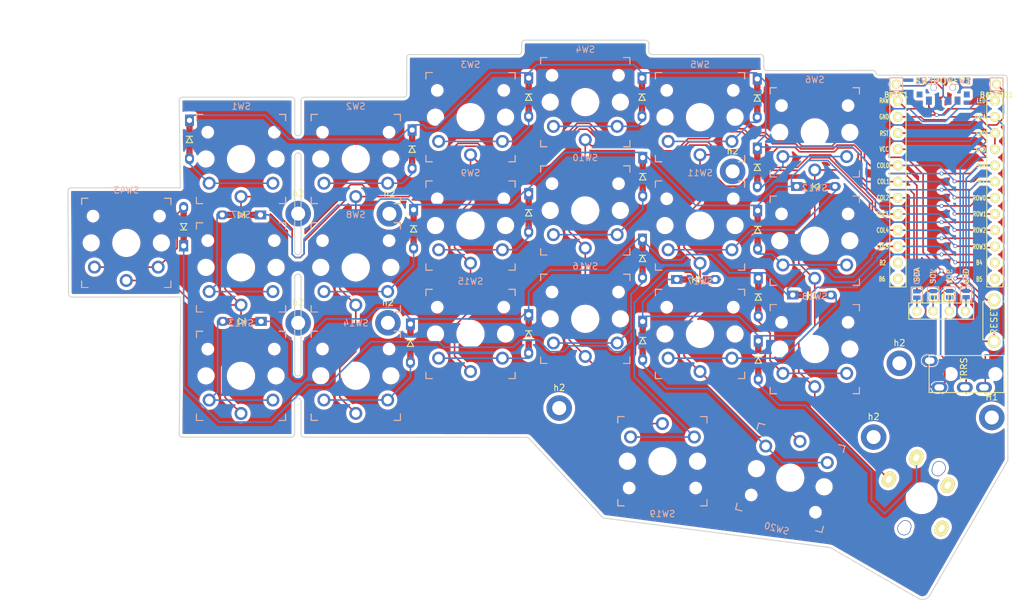
<source format=kicad_pcb>
(kicad_pcb (version 20211014) (generator pcbnew)
  (title_block (title "Corne Light") (date "2018-12-26") (rev "2.1") (company "foostan"))
  (layers (0 "F.Cu" signal) (31 "B.Cu" signal) (34 "B.Paste" user) (35 "F.Paste" user) (36 "B.SilkS" user "B.Silkscreen") (37 "F.SilkS" user "F.Silkscreen") (38 "B.Mask" user) (39 "F.Mask" user) (44 "Edge.Cuts" user))
  (net 0 "")
  (net 1 "row0")
  (net 2 "row1")
  (net 3 "Net-(D2-Pad2)")
  (net 4 "row2")
  (net 5 "Net-(D3-Pad2)")
  (net 6 "row3")
  (net 7 "Net-(D4-Pad2)")
  (net 8 "Net-(D5-Pad2)")
  (net 9 "Net-(D6-Pad2)")
  (net 10 "Net-(D8-Pad2)")
  (net 11 "Net-(D9-Pad2)")
  (net 12 "Net-(D10-Pad2)")
  (net 13 "Net-(D11-Pad2)")
  (net 14 "Net-(D12-Pad2)")
  (net 15 "Net-(D14-Pad2)")
  (net 16 "Net-(D15-Pad2)")
  (net 17 "Net-(D16-Pad2)")
  (net 18 "Net-(D17-Pad2)")
  (net 19 "Net-(D18-Pad2)")
  (net 20 "Net-(D19-Pad2)")
  (net 21 "Net-(D20-Pad2)")
  (net 22 "Net-(D21-Pad2)")
  (net 23 "GND")
  (net 24 "VCC")
  (net 25 "col0")
  (net 26 "col1")
  (net 27 "col2")
  (net 28 "col3")
  (net 29 "col4")
  (net 30 "col5")
  (net 31 "LED")
  (net 32 "data")
  (net 33 "reset")
  (net 34 "SCL")
  (net 35 "SDA")
  (net 36 "Net-(U1-Pad14)")
  (net 37 "Net-(U1-Pad13)")
  (net 38 "Net-(U1-Pad12)")
  (net 39 "Net-(U1-Pad11)")
  (net 40 "Net-(D1-Pad2)")
  (net 41 "Net-(D7-Pad2)")
  (net 42 "Net-(D13-Pad2)")
  (net 43 "BT+")
  (net 44 "raw")
  (net 46 "gnd")
  (net 47 "Net-(D43-Pad2)")
  (footprint "kbd:D3_TH" (layer "F.Cu") (at 94.75 64.04 -90)
    (fp_text reference "D2" hide)
    (fp_text value "D" hide)
  )
  (footprint "kbd:D3_TH" (layer "F.Cu") (at 113.03 55.88 -90)
    (fp_text reference "D3" hide)
    (fp_text value "D" hide)
  )
  (footprint "kbd:D3_TH" (layer "F.Cu") (at 130.81 55.88 -90)
    (fp_text reference "D4" hide)
    (fp_text value "D" hide)
  )
  (footprint "kbd:D3_TH" (layer "F.Cu") (at 148.89 56.02 -90)
    (fp_text reference "D5" hide)
    (fp_text value "D" hide)
  )
  (footprint "kbd:D3_TH" (layer "F.Cu") (at 148.9 66.89 -90)
    (fp_text reference "D6" hide)
    (fp_text value "D" hide)
  )
  (footprint "kbd:D3_TH" (layer "F.Cu") (at 94.98 76.54 -90)
    (fp_text reference "D8" hide)
    (fp_text value "D" hide)
  )
  (footprint "kbd:D3_TH" (layer "F.Cu") (at 113.03 74.025 -90)
    (fp_text reference "D9" hide)
    (fp_text value "D" hide)
  )
  (footprint "kbd:D3_TH" (layer "F.Cu") (at 130.92 68.36 -90)
    (fp_text reference "D10" hide)
    (fp_text value "D" hide)
  )
  (footprint "kbd:D3_TH" (layer "F.Cu") (at 158.07 69.89)
    (fp_text reference "D11" hide)
    (fp_text value "D" hide)
  )
  (footprint "kbd:D3_TH" (layer "F.Cu") (at 148.95 76.675 -90)
    (fp_text reference "D12" hide)
    (fp_text value "D" hide)
  )
  (footprint "kbd:D3_TH" (layer "F.Cu") (at 94.48 94.475 -90)
    (fp_text reference "D14" hide)
    (fp_text value "D" hide)
  )
  (footprint "kbd:D3_TH" (layer "F.Cu") (at 113.03 93.025 -90)
    (fp_text reference "D15" hide)
    (fp_text value "D" hide)
  )
  (footprint "kbd:D3_TH" (layer "F.Cu") (at 130.89 81.18 -90)
    (fp_text reference "D16" hide)
    (fp_text value "D" hide)
  )
  (footprint "kbd:D3_TH" (layer "F.Cu") (at 157.45 86.91)
    (fp_text reference "D17" hide)
    (fp_text value "D" hide)
  )
  (footprint "kbd:D3_TH" (layer "F.Cu") (at 149.05 87.24 -90)
    (fp_text reference "D18" hide)
    (fp_text value "D" hide)
  )
  (footprint "kbd:D3_TH" (layer "F.Cu") (at 139.27 84.48)
    (fp_text reference "D19" hide)
    (fp_text value "D" hide)
  )
  (footprint "kbd:D3_TH" (layer "F.Cu") (at 130.91 94.07 -90)
    (fp_text reference "D20" hide)
    (fp_text value "D" hide)
  )
  (footprint "kbd:D3_TH" (layer "F.Cu") (at 149.05 97.12 -90)
    (fp_text reference "D21" hide)
    (fp_text value "D" hide)
  )
  (footprint "kbd:MJ-4PP-9_1side" (layer "F.Cu") (at 187.7485 99.3165 -90)
    (fp_text reference "J1")
    (fp_text value "MJ-4PP-9" hide)
  )
  (footprint "kbd:SW_PG1350_reversible_b2" (layer "F.Cu") (at 85.91 65.58)
    (fp_text reference "SW2" hide)
    (fp_text value "SW_PUSH" hide)
  )
  (footprint "kbd:SW_PG1350_reversible_b2" (layer "F.Cu") (at 103.91 59.02)
    (fp_text reference "SW3" hide)
    (fp_text value "SW_PUSH" hide)
  )
  (footprint "kbd:SW_PG1350_reversible_b2" (layer "F.Cu") (at 121.91 56.66)
    (fp_text reference "SW4" hide)
    (fp_text value "SW_PUSH" hide)
  )
  (footprint "kbd:SW_PG1350_reversible_b2" (layer "F.Cu") (at 139.91 59.02)
    (fp_text reference "SW5" hide)
    (fp_text value "SW_PUSH" hide)
  )
  (footprint "kbd:SW_PG1350_reversible_b2" (layer "F.Cu") (at 157.91 61.4)
    (fp_text reference "SW6" hide)
    (fp_text value "SW_PUSH" hide)
  )
  (footprint "kbd:SW_PG1350_reversible_b2" (layer "F.Cu") (at 85.91 82.58)
    (fp_text reference "SW8" hide)
    (fp_text value "SW_PUSH" hide)
  )
  (footprint "kbd:SW_PG1350_reversible_b2" (layer "F.Cu") (at 103.91 76.02)
    (fp_text reference "SW9" hide)
    (fp_text value "SW_PUSH" hide)
  )
  (footprint "kbd:SW_PG1350_reversible_b2" (layer "F.Cu") (at 121.91 73.65)
    (fp_text reference "SW10" hide)
    (fp_text value "SW_PUSH" hide)
  )
  (footprint "kbd:SW_PG1350_reversible_b2" (layer "F.Cu") (at 139.91 76.02)
    (fp_text reference "SW11" hide)
    (fp_text value "SW_PUSH" hide)
  )
  (footprint "kbd:SW_PG1350_reversible_b2" (layer "F.Cu") (at 157.91 78.4)
    (fp_text reference "SW12" hide)
    (fp_text value "SW_PUSH" hide)
  )
  (footprint "kbd:SW_PG1350_reversible_b2" (layer "F.Cu") (at 85.91 99.585)
    (fp_text reference "SW14" hide)
    (fp_text value "SW_PUSH" hide)
  )
  (footprint "kbd:SW_PG1350_reversible_b2" (layer "F.Cu") (at 103.91 93.025)
    (fp_text reference "SW15" hide)
    (fp_text value "SW_PUSH" hide)
  )
  (footprint "kbd:SW_PG1350_reversible_b2" (layer "F.Cu") (at 121.91 90.65)
    (fp_text reference "SW16" hide)
    (fp_text value "SW_PUSH" hide)
  )
  (footprint "kbd:SW_PG1350_reversible_b2" (layer "F.Cu") (at 139.91 93.025)
    (fp_text reference "SW17" hide)
    (fp_text value "SW_PUSH" hide)
  )
  (footprint "kbd:SW_PG1350_reversible_b2" (layer "F.Cu") (at 157.91 95.4)
    (fp_text reference "SW18" hide)
    (fp_text value "SW_PUSH" hide)
  )
  (footprint "kbd:SW_PG1350_reversible_b2" (layer "F.Cu") (at 134.01 112.99 180)
    (fp_text reference "SW19" hide)
    (fp_text value "SW_PUSH" hide)
  )
  (footprint "kbd:SW_PG1350_reversible_b2" (layer "F.Cu") (at 154.06 115.58 165)
    (fp_text reference "SW20" hide)
    (fp_text value "SW_PUSH" hide)
  )
  (footprint "kbd:CherryMX_Choc_1.5u" (layer "F.Cu") (at 174.66 118.79 -120)
    (fp_text reference "SW21" hide)
    (fp_text value "SW_PUSH" hide)
  )
  (footprint "kbd:ProMicro_v2_1side" (layer "F.Cu") (at 178.51 70.91)
    (fp_text reference "U1" hide)
    (fp_text value "ProMicro" hide)
  )
  (footprint "kbd:D3_TH" (layer "F.Cu") (at 67.96 74.35 180)
    (fp_text reference "D7" hide)
    (fp_text value "D" hide)
  )
  (footprint "kbd:D3_TH" (layer "F.Cu") (at 68.05 91.05 180)
    (fp_text reference "D13" hide)
    (fp_text value "D" hide)
  )
  (footprint "kbd:SW_PG1350_reversible_b2" (layer "F.Cu") (at 67.91 82.58)
    (fp_text reference "SW7" hide)
    (fp_text value "SW_PUSH" hide)
  )
  (footprint "kbd:SW_PG1350_reversible_b2" (layer "F.Cu") (at 67.91 99.6)
    (fp_text reference "SW13" hide)
    (fp_text value "SW_PUSH" hide)
  )
  (footprint "kbd:SW_PG1350_reversible_b2" (layer "F.Cu") (at 67.91 65.58)
    (fp_text reference "SW1" hide)
    (fp_text value "SW_PUSH" hide)
  )
  (footprint "foostan:Jumper" (layer "F.Cu") (at 179.07 86.78 -90)
    (fp_text reference "JP65" hide)
    (fp_text value "VCC")
  )
  (footprint "kbd:OLED_1side" (layer "F.Cu") (at 173.93 89.44)
    (fp_text reference "J2")
    (fp_text value "OLED" hide)
  )
  (footprint "foostan:Jumper" (layer "F.Cu") (at 176.47 86.8 -90)
    (fp_text reference "JP63" hide)
    (fp_text value "SCL")
  )
  (footprint "foostan:Jumper" (layer "F.Cu") (at 173.93 86.83 -90)
    (fp_text reference "JP61" hide)
    (fp_text value " SDA")
  )
  (footprint "foostan:Jumper" (layer "F.Cu") (at 181.64 86.7704 -90)
    (fp_text reference "JP68" hide)
    (fp_text value "GND")
  )
  (footprint "kbd:ResetSW_1side" (layer "F.Cu") (at 186.03 90.93 -90)
    (fp_text reference "RSW1" hide)
    (fp_text value "SW_PUSH")
  )
  (footprint "kbd:LEGO_HOLE" (layer "F.Cu") (at 171.18 97.63)
    (fp_text reference "h2")
    (fp_text value "h2")
  )
  (footprint "kbd:LEGO_HOLE" (layer "F.Cu") (at 185.68 106.13)
    (fp_text reference "H1")
    (fp_text value "h1")
  )
  (footprint "kbd:D3_TH" (layer "F.Cu") (at 59.82 62.52 -90)
    (fp_text reference "D1" hide)
    (fp_text value "D" hide)
  )
  (footprint "kbd:LEGO_HOLE" (layer "F.Cu") (at 91.18 74.18)
    (fp_text reference "h2")
    (fp_text value "h2")
  )
  (footprint "kbd:LEGO_HOLE" (layer "F.Cu") (at 145.02 67.52)
    (fp_text reference "h2")
    (fp_text value "h2")
  )
  (footprint "kbd:LEGO_HOLE" (layer "F.Cu") (at 76.87 74.15)
    (fp_text reference "h2")
    (fp_text value "h2")
  )
  (footprint "kbd:LEGO_HOLE" (layer "F.Cu") (at 117.82 104.65)
    (fp_text reference "h2")
    (fp_text value "h2")
  )
  (footprint "kbd:LEGO_HOLE" (layer "F.Cu") (at 167.14 109.2)
    (fp_text reference "h2")
    (fp_text value "h2")
  )
  (footprint "kbd:LEGO_HOLE" (layer "F.Cu") (at 76.87 91.29)
    (fp_text reference "h2")
    (fp_text value "h2")
  )
  (footprint "kbd:LEGO_HOLE" (layer "F.Cu") (at 90.95 91.28)
    (fp_text reference "h2")
    (fp_text value "h2")
  )
  (footprint "kbd:1pin_conn" (layer "F.Cu") (at 186.436 53.848)
    (fp_text reference "BatGND1")
    (fp_text value "MountingHole_Pad" hide)
  )
  (footprint "kbd:1pin_conn" (layer "F.Cu") (at 170.688 53.848)
    (fp_text reference "Bat+1")
    (fp_text value "MountingHole_Pad" hide)
  )
  (footprint "kbd:SW_PG1350_reversible_b2" (layer "F.Cu") (at 49.91 78.74)
    (fp_text reference "SW43" hide)
    (fp_text value "SW_PUSH" hide)
  )
  (footprint "Kailh:SPDT_C128955" (layer "F.Cu") (at 178.054 54.356)
    (fp_text reference "SW_POWER1")
    (fp_text value "SW_SPDT")
  )
  (footprint "kbd:D3_TH" (layer "F.Cu") (at 58.91 76.2 90)
    (fp_text reference "D43" hide)
    (fp_text value "D" hide)
  )
  (footprint "foostan:Jumper" (layer "B.Cu") (at 176.48 86.81 -90)
    (fp_text reference "JP64" hide)
    (fp_text value "VCC")
  )
  (footprint "foostan:Jumper" (layer "B.Cu") (at 173.93 86.8396 -90)
    (fp_text reference "JP62" hide)
    (fp_text value "GND")
  )
  (footprint "foostan:Jumper" (layer "B.Cu") (at 181.64 86.76 -90)
    (fp_text reference "JP6" hide)
    (fp_text value " SDA")
  )
  (footprint "foostan:Jumper" (layer "B.Cu") (at 179.06 86.78 -90)
    (fp_text reference "JP66" hide)
    (fp_text value "SCL")
  )
  (footprint "Kailh:SPDT_C128955" (layer "B.Cu") (at 178.054 54.356 180)
    (fp_text reference "SW_POWER1")
    (fp_text value "SW_SPDT")
  )
  (gr_line (start 187.62 52.43) (end 167.999902 52.44002) (layer "Edge.Cuts") (width 0.15))
  (gr_line (start 93.39 55.89) (end 77.82952 55.89402) (layer "Edge.Cuts") (width 0.15))
  (gr_arc (start 112.7 109.24) (mid 112.878081 109.272788) (end 113.032807 109.366852) (layer "Edge.Cuts") (width 0.15))
  (gr_arc (start 124.845863 121.904977) (mid 124.696919 121.853443) (end 124.57 121.76) (layer "Edge.Cuts") (width 0.15))
  (gr_line (start 113.032807 109.366852) (end 124.57 121.76) (layer "Edge.Cuts") (width 0.15))
  (gr_arc (start 175.95 134.05) (mid 175.064806 134.640152) (end 174.021988 134.429491) (layer "Edge.Cuts") (width 0.15))
  (gr_arc (start 159.810076 126.474364) (mid 160.140472 126.523169) (end 160.46452 126.60402) (layer "Edge.Cuts") (width 0.15))
  (gr_line (start 175.95 134.05) (end 188.2 112.87) (layer "Edge.Cuts") (width 0.15))
  (gr_line (start 160.46452 126.60402) (end 174.021988 134.429491) (layer "Edge.Cuts") (width 0.15))
  (gr_line (start 124.845863 121.904977) (end 159.810076 126.474364) (layer "Edge.Cuts") (width 0.15))
  (gr_line (start 112.7 109.24) (end 77.81952 109.21402) (layer "Edge.Cuts") (width 0.15))
  (gr_arc (start 167.03 51.68) (mid 167.346236 51.792708) (end 167.519902 52.08002) (layer "Edge.Cuts") (width 0.15))
  (gr_arc (start 167.999902 52.44002) (mid 167.699902 52.34002) (end 167.519902 52.08002) (layer "Edge.Cuts") (width 0.15))
  (gr_line (start 167.03 51.68) (end 150.39952 51.69402) (layer "Edge.Cuts") (width 0.15))
  (gr_arc (start 93.89 55.39) (mid 93.743553 55.743553) (end 93.39 55.89) (layer "Edge.Cuts") (width 0.15))
  (gr_arc (start 93.89952 49.69402) (mid 94.045967 49.340467) (end 94.39952 49.19402) (layer "Edge.Cuts") (width 0.15))
  (gr_line (start 131.38952 46.94402) (end 112.42952 46.94402) (layer "Edge.Cuts") (width 0.15))
  (gr_line (start 131.88952 48.69402) (end 131.88952 47.44402) (layer "Edge.Cuts") (width 0.15))
  (gr_line (start 149.39952 49.19402) (end 132.38952 49.19402) (layer "Edge.Cuts") (width 0.15))
  (gr_line (start 149.89952 51.19402) (end 149.89952 49.69402) (layer "Edge.Cuts") (width 0.15))
  (gr_line (start 93.89952 49.69402) (end 93.89 55.39) (layer "Edge.Cuts") (width 0.15))
  (gr_line (start 111.42952 49.19402) (end 94.39952 49.19402) (layer "Edge.Cuts") (width 0.15))
  (gr_line (start 111.92952 47.44402) (end 111.92952 48.69402) (layer "Edge.Cuts") (width 0.15))
  (gr_arc (start 111.92952 48.69402) (mid 111.783073 49.047573) (end 111.42952 49.19402) (layer "Edge.Cuts") (width 0.15))
  (gr_arc (start 111.92952 47.44402) (mid 112.075967 47.090467) (end 112.42952 46.94402) (layer "Edge.Cuts") (width 0.15))
  (gr_arc (start 131.38952 46.94402) (mid 131.743073 47.090467) (end 131.88952 47.44402) (layer "Edge.Cuts") (width 0.15))
  (gr_arc (start 132.38952 49.19402) (mid 132.035967 49.047573) (end 131.88952 48.69402) (layer "Edge.Cuts") (width 0.15))
  (gr_arc (start 149.39952 49.19402) (mid 149.753073 49.340467) (end 149.89952 49.69402) (layer "Edge.Cuts") (width 0.15))
  (gr_arc (start 150.39952 51.69402) (mid 150.045967 51.547573) (end 149.89952 51.19402) (layer "Edge.Cuts") (width 0.15))
  (gr_arc (start 187.62 52.43) (mid 187.973553 52.576447) (end 188.12 52.93) (layer "Edge.Cuts") (width 0.15))
  (gr_arc (start 58.21 56.39) (mid 58.356447 56.036447) (end 58.71 55.89) (layer "Edge.Cuts") (width 0.15))
  (gr_arc (start 58.71 109.21) (mid 58.356447 109.063553) (end 58.21 108.71) (layer "Edge.Cuts") (width 0.15))
  (gr_line (start 77.31952 103.60402) (end 77.31952 108.71402) (layer "Edge.Cuts") (width 0.15))
  (gr_line (start 76.32952 99.13402) (end 76.32952 84.13402) (layer "Edge.Cuts") (width 0.15))
  (gr_line (start 77.32952 84.13402) (end 77.32952 99.13402) (layer "Edge.Cuts") (width 0.15))
  (gr_arc (start 77.32952 56.39402) (mid 77.475967 56.040467) (end 77.82952 55.89402) (layer "Edge.Cuts") (width 0.15))
  (gr_arc (start 76.82952 64.63402) (mid 77.183073 64.780467) (end 77.32952 65.13402) (layer "Edge.Cuts") (width 0.15))
  (gr_arc (start 76.32952 65.13402) (mid 76.475967 64.780467) (end 76.82952 64.63402) (layer "Edge.Cuts") (width 0.15))
  (gr_arc (start 76.31952 103.60402) (mid 76.465967 103.250467) (end 76.81952 103.10402) (layer "Edge.Cuts") (width 0.15))
  (gr_arc (start 76.81952 103.10402) (mid 77.173073 103.250467) (end 77.31952 103.60402) (layer "Edge.Cuts") (width 0.15))
  (gr_arc (start 77.32952 99.13402) (mid 77.183073 99.487573) (end 76.82952 99.63402) (layer "Edge.Cuts") (width 0.15))
  (gr_line (start 76.31952 108.71402) (end 76.31952 103.60402) (layer "Edge.Cuts") (width 0.15))
  (gr_line (start 77.32952 61.44402) (end 77.32952 56.39402) (layer "Edge.Cuts") (width 0.15))
  (gr_line (start 76.32952 56.39402) (end 76.32952 61.44402) (layer "Edge.Cuts") (width 0.15))
  (gr_arc (start 76.82952 99.63402) (mid 76.475967 99.487573) (end 76.32952 99.13402) (layer "Edge.Cuts") (width 0.15))
  (gr_arc (start 76.32952 84.13402) (mid 76.475967 83.780467) (end 76.82952 83.63402) (layer "Edge.Cuts") (width 0.15))
  (gr_arc (start 76.82952 83.63402) (mid 77.183073 83.780467) (end 77.32952 84.13402) (layer "Edge.Cuts") (width 0.15))
  (gr_arc (start 76.82952 80.63402) (mid 76.475967 80.487573) (end 76.32952 80.13402) (layer "Edge.Cuts") (width 0.15))
  (gr_arc (start 77.32952 80.13402) (mid 77.183073 80.487573) (end 76.82952 80.63402) (layer "Edge.Cuts") (width 0.15))
  (gr_arc (start 75.82952 55.89402) (mid 76.183073 56.040467) (end 76.32952 56.39402) (layer "Edge.Cuts") (width 0.15))
  (gr_arc (start 77.32952 61.44402) (mid 77.183073 61.797573) (end 76.82952 61.94402) (layer "Edge.Cuts") (width 0.15))
  (gr_arc (start 76.82952 61.94402) (mid 76.475967 61.797573) (end 76.32952 61.44402) (layer "Edge.Cuts") (width 0.15))
  (gr_line (start 77.32952 80.13402) (end 77.32952 65.13402) (layer "Edge.Cuts") (width 0.15))
  (gr_line (start 76.32952 65.13402) (end 76.32952 80.13402) (layer "Edge.Cuts") (width 0.15))
  (gr_arc (start 76.31952 108.71402) (mid 76.173073 109.067573) (end 75.81952 109.21402) (layer "Edge.Cuts") (width 0.15))
  (gr_arc (start 77.81952 109.21402) (mid 77.465967 109.067573) (end 77.31952 108.71402) (layer "Edge.Cuts") (width 0.15))
  (gr_line (start 75.82952 55.89402) (end 58.71 55.89) (layer "Edge.Cuts") (width 0.15))
  (gr_line (start 75.81952 109.21402) (end 58.71 109.21) (layer "Edge.Cuts") (width 0.15))
  (gr_line (start 40.763553 70.593553) (end 40.85024 86.74201) (layer "Edge.Cuts") (width 0.15))
  (gr_line (start 58.383073 70.097573) (end 41.263553 70.093553) (layer "Edge.Cuts") (width 0.15))
  (gr_line (start 58.21 108.71) (end 58.46976 87.23799) (layer "Edge.Cuts") (width 0.15))
  (gr_arc (start 40.763553 70.593553) (mid 40.91 70.24) (end 41.263553 70.093553) (layer "Edge.Cuts") (width 0.15))
  (gr_line (start 188.12 52.93) (end 188.2 112.87) (layer "Edge.Cuts") (width 0.15))
  (gr_line (start 41.35024 87.24201) (end 58.46976 87.23799) (layer "Edge.Cuts") (width 0.15))
  (gr_line (start 58.21 56.39) (end 58.383073 70.097573) (layer "Edge.Cuts") (width 0.15))
  (gr_arc (start 41.35024 87.24201) (mid 40.996687 87.095563) (end 40.85024 86.74201) (layer "Edge.Cuts") (width 0.15))
  (segment (start 130.81 52.07) (end 130.81 54.105) (width 0.25) (layer "F.Cu") (net 1))
  (segment (start 182.328 72.942) (end 177.8 72.942) (width 0.25) (layer "F.Cu") (net 1))
  (segment (start 94.75 62.265) (end 94.75 60.23) (width 0.25) (layer "F.Cu") (net 1))
  (segment (start 183.598 71.672) (end 182.328 72.942) (width 0.25) (layer "F.Cu") (net 1))
  (segment (start 148.89 52.21) (end 148.89 54.245) (width 0.25) (layer "F.Cu") (net 1))
  (segment (start 148.9 63.08) (end 148.9 65.115) (width 0.25) (layer "F.Cu") (net 1))
  (segment (start 59.82 58.71) (end 59.82 60.745) (width 0.25) (layer "F.Cu") (net 1))
  (segment (start 113.03 54.105) (end 113.03 52.07) (width 0.25) (layer "F.Cu") (net 1))
  (segment (start 186.1664 71.672) (end 183.598 71.672) (width 0.25) (layer "F.Cu") (net 1))
  (via (at 177.8 72.942) (size 0.6) (drill 0.4) (layers "F.Cu" "B.Cu") (net 1))
  (segment (start 150.2 53.52) (end 148.89 52.21) (width 0.25) (layer "B.Cu") (net 1))
  (segment (start 96.488 60.23) (end 94.75 60.23) (width 0.25) (layer "B.Cu") (net 1))
  (segment (start 113.03 52.07) (end 114.3 50.8) (width 0.25) (layer "B.Cu") (net 1))
  (segment (start 107.100334 52.07) (end 98.464334 60.706) (width 0.25) (layer "B.Cu") (net 1))
  (segment (start 150.2 61.78) (end 150.2 53.52) (width 0.25) (layer "B.Cu") (net 1))
  (segment (start 166.05 65.95) (end 166.05 70.75) (width 0.25) (layer "B.Cu") (net 1))
  (segment (start 59.82 58.71) (end 71.674046 58.71) (width 0.25) (layer "B.Cu") (net 1))
  (segment (start 98.464334 60.706) (end 96.964 60.706) (width 0.25) (layer "B.Cu") (net 1))
  (segment (start 148.9 63.08) (end 150.2 61.78) (width 0.25) (layer "B.Cu") (net 1))
  (segment (start 148.9 65.115) (end 148.9 63.08) (width 0.25) (layer "B.Cu") (net 1))
  (segment (start 148.75 52.07) (end 148.89 52.21) (width 0.25) (layer "B.Cu") (net 1))
  (segment (start 94.75 60.23) (end 94.75 62.265) (width 0.25) (layer "B.Cu") (net 1))
  (segment (start 166.05 70.75) (end 168.242 72.942) (width 0.25) (layer "B.Cu") (net 1))
  (segment (start 113.03 52.07) (end 107.100334 52.07) (width 0.25) (layer "B.Cu") (net 1))
  (segment (start 71.674046 58.71) (end 75.464046 62.5) (width 0.25) (layer "B.Cu") (net 1))
  (segment (start 59.82 58.71) (end 59.82 60.745) (width 0.25) (layer "B.Cu") (net 1))
  (segment (start 113.03 54.105) (end 113.03 52.07) (width 0.25) (layer "B.Cu") (net 1))
  (segment (start 163.8 63.7) (end 166.05 65.95) (width 0.25) (layer "B.Cu") (net 1))
  (segment (start 129.54 50.8) (end 130.81 52.07) (width 0.25) (layer "B.Cu") (net 1))
  (segment (start 114.3 50.8) (end 129.54 50.8) (width 0.25) (layer "B.Cu") (net 1))
  (segment (start 130.81 52.07) (end 130.81 54.105) (width 0.25) (layer "B.Cu") (net 1))
  (segment (start 149.52 63.7) (end 163.8 63.7) (width 0.25) (layer "B.Cu") (net 1))
  (segment (start 148.89 54.245) (end 148.89 52.21) (width 0.25) (layer "B.Cu") (net 1))
  (segment (start 169.62 72.942) (end 177.8 72.942) (width 0.25) (layer "B.Cu") (net 1))
  (segment (start 92.48 62.5) (end 94.75 60.23) (width 0.25) (layer "B.Cu") (net 1))
  (segment (start 96.964 60.706) (end 96.488 60.23) (width 0.25) (layer "B.Cu") (net 1))
  (segment (start 130.81 52.07) (end 148.75 52.07) (width 0.25) (layer "B.Cu") (net 1))
  (segment (start 168.242 72.942) (end 169.62 72.942) (width 0.25) (layer "B.Cu") (net 1))
  (segment (start 148.9 63.08) (end 149.52 63.7) (width 0.25) (layer "B.Cu") (net 1))
  (segment (start 75.464046 62.5) (end 92.48 62.5) (width 0.25) (layer "B.Cu") (net 1))
  (segment (start 182.582 75.482) (end 177.8 75.482) (width 0.25) (layer "F.Cu") (net 2))
  (segment (start 148.95 74.9) (end 148.95 72.865) (width 0.25) (layer "F.Cu") (net 2))
  (segment (start 113.03 70.215) (end 113.03 72.25) (width 0.25) (layer "F.Cu") (net 2))
  (segment (start 130.92 64.55) (end 130.92 66.585) (width 0.25) (layer "F.Cu") (net 2))
  (segment (start 186.1664 74.212) (end 183.852 74.212) (width 0.25) (layer "F.Cu") (net 2))
  (segment (start 156.295 69.89) (end 154.26 69.89) (width 0.25) (layer "F.Cu") (net 2))
  (segment (start 94.98 74.765) (end 94.98 72.73) (width 0.25) (layer "F.Cu") (net 2))
  (segment (start 183.852 74.212) (end 182.582 75.482) (width 0.25) (layer "F.Cu") (net 2))
  (segment (start 69.735 74.35) (end 71.77 74.35) (width 0.25) (layer "F.Cu") (net 2))
  (via (at 177.8 75.482) (size 0.6) (drill 0.4) (layers "F.Cu" "B.Cu") (net 2))
  (segment (start 112.785 70.215) (end 113.03 70.215) (width 0.25) (layer "B.Cu") (net 2))
  (segment (start 72.25 74.35) (end 75.92951 78.02951) (width 0.25) (layer "B.Cu") (net 2))
  (segment (start 71.77 74.35) (end 72.25 74.35) (width 0.25) (layer "B.Cu") (net 2))
  (segment (start 75.92951 78.02951) (end 75.92951 80.529868) (width 0.25) (layer "B.Cu") (net 2))
  (segment (start 76.440519 81.040877) (end 77.199432 81.040877) (width 0.25) (layer "B.Cu") (net 2))
  (segment (start 151.925 69.89) (end 148.95 72.865) (width 0.25) (layer "B.Cu") (net 2))
  (segment (start 139.235 72.865) (end 130.92 64.55) (width 0.25) (layer "B.Cu") (net 2))
  (segment (start 130.92 64.55) (end 118.695 64.55) (width 0.25) (layer "B.Cu") (net 2))
  (segment (start 159.938 65.8) (end 156.9 65.8) (width 0.25) (layer "B.Cu") (net 2))
  (segment (start 75.92951 80.529868) (end 76.440519 81.040877) (width 0.25) (layer "B.Cu") (net 2))
  (segment (start 88.841001 72.821001) (end 89.807003 71.854999) (width 0.25) (layer "B.Cu") (net 2))
  (segment (start 130.92 64.55) (end 130.92 66.585) (width 0.25) (layer "B.Cu") (net 2))
  (segment (start 77.8 80.440309) (end 77.8 78.1) (width 0.25) (layer "B.Cu") (net 2))
  (segment (start 94.104999 71.854999) (end 94.98 72.73) (width 0.25) (layer "B.Cu") (net 2))
  (segment (start 89.807003 71.854999) (end 94.104999 71.854999) (width 0.25) (layer "B.Cu") (net 2))
  (segment (start 156.295 69.89) (end 154.26 69.89) (width 0.25) (layer "B.Cu") (net 2))
  (segment (start 148.95 72.865) (end 139.235 72.865) (width 0.25) (layer "B.Cu") (net 2))
  (segment (start 113.03 72.25) (end 113.03 70.215) (width 0.25) (layer "B.Cu") (net 2))
  (segment (start 110.27 72.73) (end 112.785 70.215) (width 0.25) (layer "B.Cu") (net 2))
  (segment (start 169.62 75.482) (end 177.8 75.482) (width 0.25) (layer "B.Cu") (net 2))
  (segment (start 94.98 72.73) (end 94.98 74.765) (width 0.25) (layer "B.Cu") (net 2))
  (segment (start 118.695 64.55) (end 113.03 70.215) (width 0.25) (layer "B.Cu") (net 2))
  (segment (start 69.735 74.35) (end 71.77 74.35) (width 0.25) (layer "B.Cu") (net 2))
  (segment (start 154.26 69.89) (end 151.925 69.89) (width 0.25) (layer "B.Cu") (net 2))
  (segment (start 77.8 78.1) (end 83.078999 72.821001) (width 0.25) (layer "B.Cu") (net 2))
  (segment (start 83.078999 72.821001) (end 88.841001 72.821001) (width 0.25) (layer "B.Cu") (net 2))
  (segment (start 154.26 68.44) (end 154.26 69.89) (width 0.25) (layer "B.Cu") (net 2))
  (segment (start 94.98 72.73) (end 110.27 72.73) (width 0.25) (layer "B.Cu") (net 2))
  (segment (start 169.62 75.482) (end 159.938 65.8) (width 0.25) (layer "B.Cu") (net 2))
  (segment (start 148.95 74.9) (end 148.95 72.865) (width 0.25) (layer "B.Cu") (net 2))
  (segment (start 156.9 65.8) (end 154.26 68.44) (width 0.25) (layer "B.Cu") (net 2))
  (segment (start 77.199432 81.040877) (end 77.8 80.440309) (width 0.25) (layer "B.Cu") (net 2))
  (segment (start 94.75 67.85) (end 94.75 65.815) (width 0.25) (layer "F.Cu") (net 3))
  (segment (start 93.22 69.38) (end 94.75 67.85) (width 0.25) (layer "B.Cu") (net 3))
  (segment (start 80.91 69.38) (end 90.91 69.38) (width 0.25) (layer "B.Cu") (net 3))
  (segment (start 90.91 69.38) (end 93.22 69.38) (width 0.25) (layer "B.Cu") (net 3))
  (segment (start 94.75 65.815) (end 94.75 67.85) (width 0.25) (layer "B.Cu") (net 3))
  (segment (start 94.48 90.665) (end 94.48 92.7) (width 0.25) (layer "F.Cu") (net 4))
  (segment (start 130.89 77.37) (end 130.89 79.405) (width 0.25) (layer "F.Cu") (net 4))
  (segment (start 182.836 78.022) (end 177.8 78.022) (width 0.25) (layer "F.Cu") (net 4))
  (segment (start 184.106 76.752) (end 182.836 78.022) (width 0.25) (layer "F.Cu") (net 4))
  (segment (start 113.03 89.215) (end 113.03 91.25) (width 0.25) (layer "F.Cu") (net 4))
  (segment (start 149.05 83.43) (end 149.05 85.465) (width 0.25) (layer "F.Cu") (net 4))
  (segment (start 186.1664 76.752) (end 184.106 76.752) (width 0.25) (layer "F.Cu") (net 4))
  (segment (start 71.86 91.05) (end 69.825 91.05) (width 0.25) (layer "F.Cu") (net 4))
  (segment (start 155.675 86.91) (end 153.64 86.91) (width 0.25) (layer "F.Cu") (net 4))
  (via (at 177.8 78.022) (size 0.6) (drill 0.4) (layers "F.Cu" "B.Cu") (net 4))
  (segment (start 77.72953 94.17047) (end 81.235 90.665) (width 0.25) (layer "B.Cu") (net 4))
  (segment (start 156.8015 82.8) (end 159.7 82.8) (width 0.25) (layer "B.Cu") (net 4))
  (segment (start 169.62 78.022) (end 177.8 78.022) (width 0.25) (layer "B.Cu") (net 4))
  (segment (start 149.05 83.43) (end 150.16 83.43) (width 0.25) (layer "B.Cu") (net 4))
  (segment (start 77.192008 100.048301) (end 77.72953 99.510779) (width 0.25) (layer "B.Cu") (net 4))
  (segment (start 161 84.1) (end 163.9 84.1) (width 0.25) (layer "B.Cu") (net 4))
  (segment (start 94.48 90.665) (end 111.58 90.665) (width 0.25) (layer "B.Cu") (net 4))
  (segment (start 72.8085 91.05) (end 75.92951 94.17101) (width 0.25) (layer "B.Cu") (net 4))
  (segment (start 166.9 80.742) (end 169.62 78.022) (width 0.25) (layer "B.Cu") (net 4))
  (segment (start 113.03 86.37) (end 113.03 89.215) (width 0.25) (layer "B.Cu") (net 4))
  (segment (start 141.678999 80.578999) (end 144.53 83.43) (width 0.25) (layer "B.Cu") (net 4))
  (segment (start 69.825 91.05) (end 71.86 91.05) (width 0.25) (layer "B.Cu") (net 4))
  (segment (start 76.467031 100.048301) (end 77.192008 100.048301) (width 0.25) (layer "B.Cu") (net 4))
  (segment (start 130.89 77.37) (end 130.89 79.405) (width 0.25) (layer "B.Cu") (net 4))
  (segment (start 166.9 81.1) (end 166.9 80.742) (width 0.25) (layer "B.Cu") (net 4))
  (segment (start 92.769999 88.954999) (end 94.48 90.665) (width 0.25) (layer "B.Cu") (net 4))
  (segment (start 137 81.4) (end 137.821001 80.578999) (width 0.25) (layer "B.Cu") (net 4))
  (segment (start 81.235 90.665) (end 87.545 90.665) (width 0.25) (layer "B.Cu") (net 4))
  (segment (start 71.86 91.05) (end 72.8085 91.05) (width 0.25) (layer "B.Cu") (net 4))
  (segment (start 113.03 91.25) (end 113.03 89.215) (width 0.25) (layer "B.Cu") (net 4))
  (segment (start 94.48 90.665) (end 94.48 92.7) (width 0.25) (layer "B.Cu") (net 4))
  (segment (start 130.89 77.37) (end 130.89 78.3185) (width 0.25) (layer "B.Cu") (net 4))
  (segment (start 125.26 83) (end 116.4 83) (width 0.25) (layer "B.Cu") (net 4))
  (segment (start 89.255001 88.954999) (end 92.769999 88.954999) (width 0.25) (layer "B.Cu") (net 4))
  (segment (start 116.4 83) (end 113.03 86.37) (width 0.25) (layer "B.Cu") (net 4))
  (segment (start 77.72953 99.510779) (end 77.72953 94.17047) (width 0.25) (layer "B.Cu") (net 4))
  (segment (start 137.821001 80.578999) (end 141.678999 80.578999) (width 0.25) (layer "B.Cu") (net 4))
  (segment (start 155.675 86.91) (end 153.64 86.91) (width 0.25) (layer "B.Cu") (net 4))
  (segment (start 163.9 84.1) (end 166.9 81.1) (width 0.25) (layer "B.Cu") (net 4))
  (segment (start 159.7 82.8) (end 161 84.1) (width 0.25) (layer "B.Cu") (net 4))
  (segment (start 130.89 77.37) (end 125.26 83) (width 0.25) (layer "B.Cu") (net 4))
  (segment (start 153.64 86.91) (end 153.64 85.9615) (width 0.25) (layer "B.Cu") (net 4))
  (segment (start 153.64 85.9615) (end 156.8015 82.8) (width 0.25) (layer "B.Cu") (net 4))
  (segment (start 130.89 78.3185) (end 133.9715 81.4) (width 0.25) (layer "B.Cu") (net 4))
  (segment (start 75.92951 94.17101) (end 75.92951 99.51078) (width 0.25) (layer "B.Cu") (net 4))
  (segment (start 75.92951 99.51078) (end 76.467031 100.048301) (width 0.25) (layer "B.Cu") (net 4))
  (segment (start 111.58 90.665) (end 113.03 89.215) (width 0.25) (layer "B.Cu") (net 4))
  (segment (start 133.9715 81.4) (end 137 81.4) (width 0.25) (layer "B.Cu") (net 4))
  (segment (start 87.545 90.665) (end 89.255001 88.954999) (width 0.25) (layer "B.Cu") (net 4))
  (segment (start 149.05 85.465) (end 149.05 83.43) (width 0.25) (layer "B.Cu") (net 4))
  (segment (start 144.53 83.43) (end 149.05 83.43) (width 0.25) (layer "B.Cu") (net 4))
  (segment (start 150.16 83.43) (end 153.64 86.91) (width 0.25) (layer "B.Cu") (net 4))
  (segment (start 113.03 59.69) (end 113.03 57.655) (width 0.25) (layer "F.Cu") (net 5))
  (segment (start 108.91 62.82) (end 110.78 62.82) (width 0.25) (layer "B.Cu") (net 5))
  (segment (start 98.91 62.82) (end 108.91 62.82) (width 0.25) (layer "B.Cu") (net 5))
  (segment (start 110.78 62.82) (end 113.03 60.57) (width 0.25) (layer "B.Cu") (net 5))
  (segment (start 113.03 60.57) (end 113.03 59.69) (width 0.25) (layer "B.Cu") (net 5))
  (segment (start 113.03 59.69) (end 113.03 57.655) (width 0.25) (layer "B.Cu") (net 5))
  (segment (start 177.8 80.562) (end 182.836 80.562) (width 0.25) (layer "F.Cu") (net 6))
  (segment (start 182.836 80.562) (end 183.923001 79.474999) (width 0.25) (layer "F.Cu") (net 6))
  (segment (start 135.46 84.48) (end 137.495 84.48) (width 0.25) (layer "F.Cu") (net 6))
  (segment (start 183.923001 79.474999) (end 185.983401 79.474999) (width 0.25) (layer "F.Cu") (net 6))
  (segment (start 130.91 90.26) (end 130.91 92.295) (width 0.25) (layer "F.Cu") (net 6))
  (segment (start 149.05 95.345) (end 149.05 93.31) (width 0.25) (layer "F.Cu") (net 6))
  (segment (start 185.983401 79.474999) (end 186.1664 79.292) (width 0.25) (layer "F.Cu") (net 6))
  (via (at 177.8 80.562) (size 0.6) (drill 0.4) (layers "F.Cu" "B.Cu") (net 6))
  (segment (start 169.62 80.58) (end 164.5 85.7) (width 0.25) (layer "B.Cu") (net 6))
  (segment (start 99.781385 95.114501) (end 110.625499 95.114501) (width 0.25) (layer "B.Cu") (net 6))
  (segment (start 119.38 94.9) (end 125.463539 94.9) (width 0.25) (layer "B.Cu") (net 6))
  (segment (start 130.91 92.295) (end 130.91 90.26) (width 0.25) (layer "B.Cu") (net 6))
  (segment (start 157.3 86.7) (end 157.3 91.5) (width 0.25) (layer "B.Cu") (net 6))
  (segment (start 64.454539 106.841) (end 72.588261 106.841) (width 0.25) (layer "B.Cu") (net 6))
  (segment (start 111.76 93.98) (end 114.543539 93.98) (width 0.25) (layer "B.Cu") (net 6))
  (segment (start 130.91 90.26) (end 146 90.26) (width 0.25) (layer "B.Cu") (net 6))
  (segment (start 164.5 85.7) (end 158.3 85.7) (width 0.25) (layer "B.Cu") (net 6))
  (segment (start 149.05 95.345) (end 149.05 93.31) (width 0.25) (layer "B.Cu") (net 6))
  (segment (start 88.289098 94.250901) (end 98.917785 94.250901) (width 0.25) (layer "B.Cu") (net 6))
  (segment (start 110.625499 95.114501) (end 111.76 93.98) (width 0.25) (layer "B.Cu") (net 6))
  (segment (start 146 90.26) (end 149.05 93.31) (width 0.25) (layer "B.Cu") (net 6))
  (segment (start 130.91 90.26) (end 130.91 87.99) (width 0.25) (layer "B.Cu") (net 6))
  (segment (start 137.495 84.48) (end 135.46 84.48) (width 0.25) (layer "B.Cu") (net 6))
  (segment (start 158.3 85.7) (end 157.3 86.7) (width 0.25) (layer "B.Cu") (net 6))
  (segment (start 157.3 91.5) (end 155.49 93.31) (width 0.25) (layer "B.Cu") (net 6))
  (segment (start 58.91 79.2) (end 58.91 101.296461) (width 0.25) (layer "B.Cu") (net 6))
  (segment (start 155.49 93.31) (end 149.05 93.31) (width 0.25) (layer "B.Cu") (net 6))
  (segment (start 98.917785 94.250901) (end 99.781385 95.114501) (width 0.25) (layer "B.Cu") (net 6))
  (segment (start 169.62 80.562) (end 169.62 80.58) (width 0.25) (layer "B.Cu") (net 6))
  (segment (start 127.465461 95.791) (end 129.15 94.106461) (width 0.25) (layer "B.Cu") (net 6))
  (segment (start 130.91 87.99) (end 134.42 84.48) (width 0.25) (layer "B.Cu") (net 6))
  (segment (start 118.489 95.791) (end 119.38 94.9) (width 0.25) (layer "B.Cu") (net 6))
  (segment (start 116.354539 95.791) (end 118.489 95.791) (width 0.25) (layer "B.Cu") (net 6))
  (segment (start 78.404261 101.025) (end 81.514999 101.025) (width 0.25) (layer "B.Cu") (net 6))
  (segment (start 125.463539 94.9) (end 126.354539 95.791) (width 0.25) (layer "B.Cu") (net 6))
  (segment (start 169.62 80.562) (end 177.8 80.562) (width 0.25) (layer "B.Cu") (net 6))
  (segment (start 72.588261 106.841) (end 78.404261 101.025) (width 0.25) (layer "B.Cu") (net 6))
  (segment (start 81.514999 101.025) (end 88.289098 94.250901) (width 0.25) (layer "B.Cu") (net 6))
  (segment (start 58.91 101.296461) (end 64.454539 106.841) (width 0.25) (layer "B.Cu") (net 6))
  (segment (start 114.543539 93.98) (end 116.354539 95.791) (width 0.25) (layer "B.Cu") (net 6))
  (segment (start 126.354539 95.791) (end 127.465461 95.791) (width 0.25) (layer "B.Cu") (net 6))
  (segment (start 129.15 94.106461) (end 129.15 92.846396) (width 0.25) (layer "B.Cu") (net 6))
  (segment (start 134.42 84.48) (end 135.46 84.48) (width 0.25) (layer "B.Cu") (net 6))
  (segment (start 130.81 57.655) (end 130.81 59.69) (width 0.25) (layer "F.Cu") (net 7))
  (segment (start 130.81 57.655) (end 130.81 59.69) (width 0.25) (layer "B.Cu") (net 7))
  (segment (start 130.04 60.46) (end 126.91 60.46) (width 0.25) (layer "B.Cu") (net 7))
  (segment (start 116.91 60.46) (end 126.91 60.46) (width 0.25) (layer "B.Cu") (net 7))
  (segment (start 130.81 59.69) (end 130.04 60.46) (width 0.25) (layer "B.Cu") (net 7))
  (segment (start 148.89 57.795) (end 148.89 59.83) (width 0.25) (layer "F.Cu") (net 8))
  (segment (start 147.9 59.83) (end 144.91 62.82) (width 0.25) (layer "B.Cu") (net 8))
  (segment (start 148.89 59.83) (end 147.9 59.83) (width 0.25) (layer "B.Cu") (net 8))
  (segment (start 148.89 59.83) (end 148.89 57.795) (width 0.25) (layer "B.Cu") (net 8))
  (segment (start 134.91 62.82) (end 144.91 62.82) (width 0.25) (layer "B.Cu") (net 8))
  (segment (start 155.4 98.97) (end 157.91 101.48) (width 0.25) (layer "F.Cu") (net 9))
  (segment (start 157.91 84.48) (end 157.91 91.79) (width 0.25) (layer "F.Cu") (net 9))
  (segment (start 157.91 91.79) (end 155.4 94.3) (width 0.25) (layer "F.Cu") (net 9))
  (segment (start 155.4 94.3) (end 155.4 98.97) (width 0.25) (layer "F.Cu") (net 9))
  (segment (start 157.91 67.48) (end 157.91 74.79) (width 0.25) (layer "F.Cu") (net 9))
  (segment (start 157.91 74.79) (end 155.4 77.3) (width 0.25) (layer "F.Cu") (net 9))
  (segment (start 155.4 81.97) (end 157.91 84.48) (width 0.25) (layer "F.Cu") (net 9))
  (segment (start 155.4 77.3) (end 155.4 81.97) (width 0.25) (layer "F.Cu") (net 9))
  (segment (start 183.007 81.788) (end 179.959 81.788) (width 0.25) (layer "F.Cu") (net 9))
  (segment (start 184.233 80.562) (end 183.007 81.788) (width 0.25) (layer "F.Cu") (net 9))
  (segment (start 184.86 80.562) (end 184.233 80.562) (width 0.25) (layer "F.Cu") (net 9))
  (segment (start 179.959 81.788) (end 179.959 81.788) (width 0.25) (layer "F.Cu") (net 9))
  (segment (start 157.91 104.19955) (end 169.55045 115.84) (width 0.25) (layer "F.Cu") (net 9))
  (segment (start 148.9 68.665) (end 148.9 70.7) (width 0.25) (layer "F.Cu") (net 9))
  (segment (start 152.8 65.31) (end 152.91 65.2) (width 0.25) (layer "F.Cu") (net 9))
  (segment (start 157.91 101.3) (end 157.91 104.19955) (width 0.25) (layer "F.Cu") (net 9))
  (segment (start 167.892 79.292) (end 170.9464 79.292) (width 0.25) (layer "F.Cu") (net 9))
  (segment (start 166.5 77.9) (end 167.892 79.292) (width 0.25) (layer "F.Cu") (net 9))
  (segment (start 161.4 67.3) (end 166.5 72.4) (width 0.25) (layer "F.Cu") (net 9))
  (segment (start 166.5 72.4) (end 166.5 77.9) (width 0.25) (layer "F.Cu") (net 9))
  (segment (start 157.91 67.3) (end 161.4 67.3) (width 0.25) (layer "F.Cu") (net 9))
  (via (at 179.959 81.788) (size 0.6) (drill 0.4) (layers "F.Cu" "B.Cu") (net 9))
  (segment (start 152.91 66.69) (end 148.9 70.7) (width 0.25) (layer "B.Cu") (net 9))
  (segment (start 152.91 65.2) (end 162.91 65.2) (width 0.25) (layer "B.Cu") (net 9))
  (segment (start 170.9464 79.292) (end 177.455002 79.292) (width 0.25) (layer "B.Cu") (net 9))
  (segment (start 177.455002 79.292) (end 179.951002 81.788) (width 0.25) (layer "B.Cu") (net 9))
  (segment (start 152.91 65.2) (end 152.91 66.69) (width 0.25) (layer "B.Cu") (net 9))
  (segment (start 148.9 70.7) (end 148.9 68.665) (width 0.25) (layer "B.Cu") (net 9))
  (segment (start 179.951002 81.788) (end 179.959 81.788) (width 0.25) (layer "B.Cu") (net 9))
  (segment (start 94.98 80.35) (end 94.98 78.315) (width 0.25) (layer "F.Cu") (net 10))
  (segment (start 90.91 86.38) (end 94.98 82.31) (width 0.25) (layer "B.Cu") (net 10))
  (segment (start 94.98 82.31) (end 94.98 80.35) (width 0.25) (layer "B.Cu") (net 10))
  (segment (start 94.98 78.315) (end 94.98 80.35) (width 0.25) (layer "B.Cu") (net 10))
  (segment (start 80.91 86.38) (end 90.91 86.38) (width 0.25) (layer "B.Cu") (net 10))
  (segment (start 113.03 75.8) (end 113.03 77.835) (width 0.25) (layer "F.Cu") (net 11))
  (segment (start 108.93 79.8) (end 108.91 79.82) (width 0.25) (layer "F.Cu") (net 11))
  (segment (start 111.065 79.8) (end 108.93 79.8) (width 0.25) (layer "B.Cu") (net 11))
  (segment (start 98.91 79.82) (end 108.91 79.82) (width 0.25) (layer "B.Cu") (net 11))
  (segment (start 113.03 77.835) (end 113.03 75.8) (width 0.25) (layer "B.Cu") (net 11))
  (segment (start 113.03 77.835) (end 111.065 79.8) (width 0.25) (layer "B.Cu") (net 11))
  (segment (start 130.92 70.135) (end 130.92 72.17) (width 0.25) (layer "F.Cu") (net 12))
  (segment (start 116.91 77.45) (end 126.91 77.45) (width 0.25) (layer "B.Cu") (net 12))
  (segment (start 130.92 72.17) (end 130.92 70.135) (width 0.25) (layer "B.Cu") (net 12))
  (segment (start 130.92 72.17) (end 130.92 73.44) (width 0.25) (layer "B.Cu") (net 12))
  (segment (start 130.92 73.44) (end 126.91 77.45) (width 0.25) (layer "B.Cu") (net 12))
  (segment (start 161.88 69.89) (end 159.845 69.89) (width 0.25) (layer "F.Cu") (net 13))
  (segment (start 144.91 79.82) (end 148.03 76.7) (width 0.25) (layer "B.Cu") (net 13))
  (segment (start 134.91 79.82) (end 144.91 79.82) (width 0.25) (layer "B.Cu") (net 13))
  (segment (start 155.07 76.7) (end 152.8 76.7) (width 0.25) (layer "B.Cu") (net 13))
  (segment (start 148.03 76.7) (end 152.8 76.7) (width 0.25) (layer "B.Cu") (net 13))
  (segment (start 152.8 76.7) (end 153.035 76.7) (width 0.25) (layer "B.Cu") (net 13))
  (segment (start 159.845 69.89) (end 161.88 69.89) (width 0.25) (layer "B.Cu") (net 13))
  (segment (start 161.88 69.89) (end 155.07 76.7) (width 0.25) (layer "B.Cu") (net 13))
  (segment (start 148.95 78.45) (end 148.95 80.485) (width 0.25) (layer "F.Cu") (net 14))
  (segment (start 152.91 82.2) (end 162.91 82.2) (width 0.25) (layer "B.Cu") (net 14))
  (segment (start 148.95 80.485) (end 151.195 80.485) (width 0.25) (layer "B.Cu") (net 14))
  (segment (start 151.195 80.485) (end 152.91 82.2) (width 0.25) (layer "B.Cu") (net 14))
  (segment (start 148.95 80.485) (end 148.95 78.45) (width 0.25) (layer "B.Cu") (net 14))
  (segment (start 94.48 96.25) (end 94.48 98.285) (width 0.25) (layer "F.Cu") (net 15))
  (segment (start 94.48 98.285) (end 94.48 99.815) (width 0.25) (layer "B.Cu") (net 15))
  (segment (start 80.91 103.385) (end 90.91 103.385) (width 0.25) (layer "B.Cu") (net 15))
  (segment (start 94.48 99.815) (end 90.91 103.385) (width 0.25) (layer "B.Cu") (net 15))
  (segment (start 94.48 96.25) (end 94.48 98.285) (width 0.25) (layer "B.Cu") (net 15))
  (segment (start 113.03 94.8) (end 113.03 96.835) (width 0.25) (layer "F.Cu") (net 16))
  (segment (start 108.92 96.835) (end 108.91 96.825) (width 0.25) (layer "F.Cu") (net 16))
  (segment (start 113.03 96.835) (end 113.03 94.8) (width 0.25) (layer "B.Cu") (net 16))
  (segment (start 98.91 96.825) (end 108.91 96.825) (width 0.25) (layer "B.Cu") (net 16))
  (segment (start 113.03 96.835) (end 108.92 96.835) (width 0.25) (layer "B.Cu") (net 16))
  (segment (start 130.89 82.955) (end 130.89 84.99) (width 0.25) (layer "F.Cu") (net 17))
  (segment (start 129.1 86.78) (end 129.1 92.26) (width 0.25) (layer "B.Cu") (net 17))
  (segment (start 129.1 92.26) (end 126.91 94.45) (width 0.25) (layer "B.Cu") (net 17))
  (segment (start 130.89 84.99) (end 130.89 82.955) (width 0.25) (layer "B.Cu") (net 17))
  (segment (start 130.89 84.99) (end 129.1 86.78) (width 0.25) (layer "B.Cu") (net 17))
  (segment (start 116.91 94.45) (end 126.91 94.45) (width 0.25) (layer "B.Cu") (net 17))
  (segment (start 159.225 86.91) (end 161.26 86.91) (width 0.25) (layer "F.Cu") (net 18))
  (segment (start 161.26 86.91) (end 159.225 86.91) (width 0.25) (layer "B.Cu") (net 18))
  (segment (start 144.91 96.825) (end 152.875 96.825) (width 0.25) (layer "B.Cu") (net 18))
  (segment (start 134.91 96.825) (end 144.91 96.825) (width 0.25) (layer "B.Cu") (net 18))
  (segment (start 161.26 88.44) (end 161.26 86.91) (width 0.25) (layer "B.Cu") (net 18))
  (segment (start 152.875 96.825) (end 161.26 88.44) (width 0.25) (layer "B.Cu") (net 18))
  (segment (start 150.9 97.19) (end 152.91 99.2) (width 0.25) (layer "F.Cu") (net 19))
  (segment (start 149.05 91.05) (end 149.05 89.015) (width 0.25) (layer "F.Cu") (net 19))
  (segment (start 150.9 92.9) (end 150.9 97.19) (width 0.25) (layer "F.Cu") (net 19))
  (segment (start 149.05 91.05) (end 150.9 92.9) (width 0.25) (layer "F.Cu") (net 19))
  (segment (start 149.05 91.05) (end 149.05 89.015) (width 0.25) (layer "B.Cu") (net 19))
  (segment (start 152.91 99.2) (end 162.91 99.2) (width 0.25) (layer "B.Cu") (net 19))
  (segment (start 141.045 84.48) (end 143.08 84.48) (width 0.25) (layer "F.Cu") (net 20))
  (segment (start 141.045 84.48) (end 140.145 84.48) (width 0.25) (layer "B.Cu") (net 20))
  (segment (start 134.6 83.1) (end 129.6 88.1) (width 0.25) (layer "B.Cu") (net 20))
  (segment (start 129.01 109.19) (end 139.01 109.19) (width 0.25) (layer "B.Cu") (net 20))
  (segment (start 129.6 88.1) (end 129.6 99.78) (width 0.25) (layer "B.Cu") (net 20))
  (segment (start 143.08 84.48) (end 141.045 84.48) (width 0.25) (layer "B.Cu") (net 20))
  (segment (start 129.6 99.78) (end 139.01 109.19) (width 0.25) (layer "B.Cu") (net 20))
  (segment (start 138.765 83.1) (end 134.6 83.1) (width 0.25) (layer "B.Cu") (net 20))
  (segment (start 140.145 84.48) (end 138.765 83.1) (width 0.25) (layer "B.Cu") (net 20))
  (segment (start 130.91 95.845) (end 130.91 97.88) (width 0.25) (layer "F.Cu") (net 21))
  (segment (start 134.63 101.6) (end 141.198496 101.6) (width 0.25) (layer "B.Cu") (net 21))
  (segment (start 141.198496 101.6) (end 150.213883 110.615387) (width 0.25) (layer "B.Cu") (net 21))
  (segment (start 150.213883 110.615387) (end 152.802073 113.203577) (width 0.25) (layer "B.Cu") (net 21))
  (segment (start 130.91 97.88) (end 130.91 95.845) (width 0.25) (layer "B.Cu") (net 21))
  (segment (start 130.91 97.88) (end 134.63 101.6) (width 0.25) (layer "B.Cu") (net 21))
  (segment (start 152.802073 113.203577) (end 159.873142 113.203577) (width 0.25) (layer "B.Cu") (net 21))
  (segment (start 149.05 98.895) (end 149.05 100.93) (width 0.25) (layer "F.Cu") (net 22))
  (segment (start 173.869103 116.220127) (end 168.869103 121.220127) (width 0.25) (layer "B.Cu") (net 22))
  (segment (start 156.4 104.2) (end 166.8 114.6) (width 0.25) (layer "B.Cu") (net 22))
  (segment (start 173.869103 112.559873) (end 173.869103 116.220127) (width 0.25) (layer "B.Cu") (net 22))
  (segment (start 152.32 104.2) (end 156.4 104.2) (width 0.25) (layer "B.Cu") (net 22))
  (segment (start 149.05 100.93) (end 149.05 98.895) (width 0.25) (layer "B.Cu") (net 22))
  (segment (start 166.8 119.151024) (end 168.869103 121.220127) (width 0.25) (layer "B.Cu") (net 22))
  (segment (start 149.05 100.93) (end 152.32 104.2) (width 0.25) (layer "B.Cu") (net 22))
  (segment (start 166.8 114.6) (end 166.8 119.151024) (width 0.25) (layer "B.Cu") (net 22))
  (segment (start 181.64 86.27002) (end 182.4615 86.27002) (width 0.25) (layer "F.Cu") (net 23))
  (segment (start 183.8 94.18) (end 181.66 96.32) (width 0.25) (layer "F.Cu") (net 23))
  (segment (start 186.03 89.83852) (end 186.03 94.18) (width 0.25) (layer "F.Cu") (net 23))
  (segment (start 184.835 87.68) (end 186.03 87.68) (width 0.25) (layer "F.Cu") (net 23))
  (segment (start 172.222 65.322) (end 169.62 65.322) (width 0.25) (layer "F.Cu") (net 23))
  (segment (start 177.8 83.1) (end 174.90201 80.20201) (width 0.25) (layer "F.Cu") (net 23))
  (segment (start 182.4615 86.27002) (end 186.03 89.83852) (width 0.25) (layer "F.Cu") (net 23))
  (segment (start 181.66 96.32) (end 181.66 102.27) (width 0.25) (layer "F.Cu") (net 23))
  (segment (start 181.64 86.27002) (end 180.97002 86.27002) (width 0.25) (layer "F.Cu") (net 23))
  (segment (start 181.483 84.328) (end 184.835 87.68) (width 0.25) (layer "F.Cu") (net 23))
  (segment (start 179.959 84.328) (end 181.483 84.328) (width 0.25) (layer "F.Cu") (net 23))
  (segment (start 174.90201 68.00201) (end 172.222 65.322) (width 0.25) (layer "F.Cu") (net 23))
  (segment (start 180.97002 86.27002) (end 177.8 83.1) (width 0.25) (layer "F.Cu") (net 23))
  (segment (start 174.90201 80.20201) (end 174.90201 68.00201) (width 0.25) (layer "F.Cu") (net 23))
  (segment (start 186.1664 61.512) (end 186.1664 64.052) (width 0.25) (layer "F.Cu") (net 23))
  (segment (start 186.03 94.18) (end 183.8 94.18) (width 0.25) (layer "F.Cu") (net 23))
  (via (at 179.959 84.328) (size 0.6) (drill 0.4) (layers "F.Cu" "B.Cu") (net 23))
  (via (at 177.8 83.1) (size 0.6) (drill 0.4) (layers "F.Cu" "B.Cu") (net 23))
  (segment (start 177.8 83.1) (end 177.8 83.1) (width 0.25) (layer "B.Cu") (net 23))
  (segment (start 179.959 84.328) (end 179.959 84.328) (width 0.25) (layer "B.Cu") (net 23))
  (segment (start 184.86 62.782) (end 180.721 66.921) (width 0.25) (layer "B.Cu") (net 23))
  (segment (start 180.721 66.921) (end 180.721 83.566) (width 0.25) (layer "B.Cu") (net 23))
  (segment (start 182.201 62.782) (end 169.62 62.782) (width 0.25) (layer "B.Cu") (net 23))
  (segment (start 180.721 83.566) (end 179.959 84.328) (width 0.25) (layer "B.Cu") (net 23))
  (segment (start 183.471 61.512) (end 182.201 62.782) (width 0.25) (layer "B.Cu") (net 23))
  (segment (start 184.8964 60.242) (end 186.1664 61.512) (width 0.25) (layer "B.Cu") (net 23))
  (segment (start 169.62 62.782) (end 169.62 65.322) (width 0.25) (layer "B.Cu") (net 23))
  (segment (start 173.93 86.33922) (end 174.56078 86.33922) (width 0.25) (layer "B.Cu") (net 23))
  (segment (start 184.86 60.242) (end 184.8964 60.242) (width 0.25) (layer "B.Cu") (net 23))
  (segment (start 174.56078 86.33922) (end 177.8 83.1) (width 0.25) (layer "B.Cu") (net 23))
  (segment (start 186.1664 61.512) (end 183.471 61.512) (width 0.25) (layer "B.Cu") (net 23))
  (segment (start 178.3 101.6) (end 178.3 96.96) (width 0.25) (layer "F.Cu") (net 24))
  (segment (start 176.4485 97.0165) (end 175.71048 97.75452) (width 0.25) (layer "F.Cu") (net 24))
  (segment (start 178.2485 86.27962) (end 179.07 86.27962) (width 0.25) (layer "F.Cu") (net 24))
  (segment (start 177.66 102.24) (end 178.3 101.6) (width 0.25) (layer "F.Cu") (net 24))
  (segment (start 177.66 96.32) (end 177.66 86.86812) (width 0.25) (layer "F.Cu") (net 24))
  (segment (start 183.59 64.052) (end 184.86 65.322) (width 0.25) (layer "F.Cu") (net 24))
  (segment (start 170.9464 64.052) (end 183.59 64.052) (width 0.25) (layer "F.Cu") (net 24))
  (segment (start 175.71048 100.86848) (end 176.4285 101.5865) (width 0.25) (layer "F.Cu") (net 24))
  (segment (start 175.71048 97.75452) (end 175.71048 100.86848) (width 0.25) (layer "F.Cu") (net 24))
  (segment (start 178.3 96.96) (end 177.66 96.32) (width 0.25) (layer "F.Cu") (net 24))
  (segment (start 177.66 86.86812) (end 178.2485 86.27962) (width 0.25) (layer "F.Cu") (net 24))
  (segment (start 177.66 102.27) (end 177.66 102.24) (width 0.25) (layer "F.Cu") (net 24))
  (segment (start 177.66 86.66812) (end 177.66 96.32) (width 0.25) (layer "B.Cu") (net 24))
  (segment (start 183.78237 65.322) (end 184.86 65.322) (width 0.25) (layer "B.Cu") (net 24))
  (segment (start 178.765618 85.1) (end 180.3 85.1) (width 0.25) (layer "B.Cu") (net 24))
  (segment (start 181.189991 67.914379) (end 183.78237 65.322) (width 0.25) (layer "B.Cu") (net 24))
  (segment (start 180.3 85.1) (end 181.18999 84.21001) (width 0.25) (layer "B.Cu") (net 24))
  (segment (start 177.66 86.66812) (end 177.66 86.205618) (width 0.25) (layer "B.Cu") (net 24))
  (segment (start 176.48 86.30962) (end 177.3015 86.30962) (width 0.25) (layer "B.Cu") (net 24))
  (segment (start 177.3015 86.30962) (end 177.66 86.66812) (width 0.25) (layer "B.Cu") (net 24))
  (segment (start 177.66 86.205618) (end 178.765618 85.1) (width 0.25) (layer "B.Cu") (net 24))
  (segment (start 181.18999 84.21001) (end 181.189991 67.914379) (width 0.25) (layer "B.Cu") (net 24))
  (segment (start 65.4 98.3) (end 65.4 102.97) (width 0.25) (layer "F.Cu") (net 25))
  (segment (start 67.91 88.48) (end 67.91 95.79) (width 0.25) (layer "F.Cu") (net 25))
  (segment (start 65.4 102.97) (end 67.91 105.48) (width 0.25) (layer "F.Cu") (net 25))
  (segment (start 67.91 95.79) (end 65.4 98.3) (width 0.25) (layer "F.Cu") (net 25))
  (segment (start 184.106 67.862) (end 182.88 69.088) (width 0.25) (layer "F.Cu") (net 25))
  (segment (start 184.733 67.862) (end 184.106 67.862) (width 0.25) (layer "F.Cu") (net 25))
  (segment (start 182.88 69.088) (end 179.832 69.088) (width 0.25) (layer "F.Cu") (net 25))
  (segment (start 179.832 69.088) (end 179.832 69.088) (width 0.25) (layer "F.Cu") (net 25))
  (segment (start 105.0654 63.12899) (end 106.8864 64.94999) (width 0.25) (layer "F.Cu") (net 25))
  (segment (start 135.9 61.3) (end 136.54999 61.94999) (width 0.25) (layer "F.Cu") (net 25))
  (segment (start 77.8 78.5) (end 84.1 72.2) (width 0.25) (layer "F.Cu") (net 25))
  (segment (start 150.171234 61.449991) (end 151.471233 62.74999) (width 0.25) (layer "F.Cu") (net 25))
  (segment (start 67.91 71.48) (end 70.882002 71.48) (width 0.25) (layer "F.Cu") (net 25))
  (segment (start 84.1 72.2) (end 84.1 70.6) (width 0.25) (layer "F.Cu") (net 25))
  (segment (start 84.1 70.6) (end 85.1 69.6) (width 0.25) (layer "F.Cu") (net 25))
  (segment (start 67.91 71.48) (end 67.91 78.79) (width 0.25) (layer "F.Cu") (net 25))
  (segment (start 124.757493 62.14999) (end 133.25001 62.14999) (width 0.25) (layer "F.Cu") (net 25))
  (segment (start 122.607484 59.999981) (end 124.757493 62.14999) (width 0.25) (layer "F.Cu") (net 25))
  (segment (start 160.6136 63.54999) (end 161.2136 62.94999) (width 0.25) (layer "F.Cu") (net 25))
  (segment (start 56.7 84.64) (end 60.54 88.48) (width 0.25) (layer "F.Cu") (net 25))
  (segment (start 115.67719 64.94999) (end 120.6272 59.99998) (width 0.25) (layer "F.Cu") (net 25))
  (segment (start 133.25001 62.14999) (end 134.1 61.3) (width 0.25) (layer "F.Cu") (net 25))
  (segment (start 161.2136 62.94999) (end 164.286398 62.94999) (width 0.25) (layer "F.Cu") (net 25))
  (segment (start 151.471233 62.74999) (end 155.086401 62.749991) (width 0.25) (layer "F.Cu") (net 25))
  (segment (start 49.91 84.64) (end 56.7 84.64) (width 0.25) (layer "F.Cu") (net 25))
  (segment (start 136.54999 61.94999) (end 141.1136 61.94999) (width 0.25) (layer "F.Cu") (net 25))
  (segment (start 101.934601 63.128989) (end 105.0654 63.12899) (width 0.25) (layer "F.Cu") (net 25))
  (segment (start 120.6272 59.99998) (end 122.607484 59.999981) (width 0.25) (layer "F.Cu") (net 25))
  (segment (start 65.4 81.3) (end 65.4 85.97) (width 0.25) (layer "F.Cu") (net 25))
  (segment (start 85.1 69.6) (end 86.9 69.6) (width 0.25) (layer "F.Cu") (net 25))
  (segment (start 142.2136 60.84999) (end 146.74999 60.84999) (width 0.25) (layer "F.Cu") (net 25))
  (segment (start 88.3 71) (end 94.06359 71) (width 0.25) (layer "F.Cu") (net 25))
  (segment (start 106.8864 64.94999) (end 115.67719 64.94999) (width 0.25) (layer "F.Cu") (net 25))
  (segment (start 165.7 65.7) (end 166.592 66.592) (width 0.25) (layer "F.Cu") (net 25))
  (segment (start 141.1136 61.94999) (end 142.2136 60.84999) (width 0.25) (layer "F.Cu") (net 25))
  (segment (start 77.8 80.440309) (end 77.8 78.5) (width 0.25) (layer "F.Cu") (net 25))
  (segment (start 134.1 61.3) (end 135.9 61.3) (width 0.25) (layer "F.Cu") (net 25))
  (segment (start 65.4 85.97) (end 67.91 88.48) (width 0.25) (layer "F.Cu") (net 25))
  (segment (start 86.9 69.6) (end 88.3 71) (width 0.25) (layer "F.Cu") (net 25))
  (segment (start 155.8864 63.54999) (end 160.6136 63.54999) (width 0.25) (layer "F.Cu") (net 25))
  (segment (start 70.882002 71.48) (end 75.92951 76.527508) (width 0.25) (layer "F.Cu") (net 25))
  (segment (start 75.92951 80.529868) (end 76.440519 81.040877) (width 0.25) (layer "F.Cu") (net 25))
  (segment (start 146.74999 60.84999) (end 147.34999 61.44999) (width 0.25) (layer "F.Cu") (net 25))
  (segment (start 60.54 88.48) (end 67.91 88.48) (width 0.25) (layer "F.Cu") (net 25))
  (segment (start 165.7 64.363592) (end 165.7 65.7) (width 0.25) (layer "F.Cu") (net 25))
  (segment (start 75.92951 76.527508) (end 75.92951 80.529868) (width 0.25) (layer "F.Cu") (net 25))
  (segment (start 155.086401 62.749991) (end 155.8864 63.54999) (width 0.25) (layer "F.Cu") (net 25))
  (segment (start 76.440519 81.040877) (end 77.199432 81.040877) (width 0.25) (layer "F.Cu") (net 25))
  (segment (start 147.34999 61.44999) (end 150.171234 61.449991) (width 0.25) (layer "F.Cu") (net 25))
  (segment (start 77.199432 81.040877) (end 77.8 80.440309) (width 0.25) (layer "F.Cu") (net 25))
  (segment (start 94.06359 71) (end 101.934601 63.128989) (width 0.25) (layer "F.Cu") (net 25))
  (segment (start 67.91 78.79) (end 65.4 81.3) (width 0.25) (layer "F.Cu") (net 25))
  (segment (start 164.286398 62.94999) (end 165.7 64.363592) (width 0.25) (layer "F.Cu") (net 25))
  (segment (start 166.592 66.592) (end 170.9464 66.592) (width 0.25) (layer "F.Cu") (net 25))
  (via (at 179.832 69.088) (size 0.6) (drill 0.4) (layers "F.Cu" "B.Cu") (net 25))
  (segment (start 170.9464 66.592) (end 177.455002 66.592) (width 0.25) (layer "B.Cu") (net 25))
  (segment (start 177.455002 66.592) (end 179.832 68.968998) (width 0.25) (layer "B.Cu") (net 25))
  (segment (start 179.832 68.968998) (end 179.832 69.088) (width 0.25) (layer "B.Cu") (net 25))
  (segment (start 83.4 102.97) (end 85.91 105.48) (width 0.25) (layer "F.Cu") (net 26))
  (segment (start 85.91 95.79) (end 83.4 98.3) (width 0.25) (layer "F.Cu") (net 26))
  (segment (start 83.4 98.3) (end 83.4 102.97) (width 0.25) (layer "F.Cu") (net 26))
  (segment (start 85.91 88.48) (end 85.91 95.79) (width 0.25) (layer "F.Cu") (net 26))
  (segment (start 83.4 85.97) (end 85.91 88.48) (width 0.25) (layer "F.Cu") (net 26))
  (segment (start 85.91 78.79) (end 83.4 81.3) (width 0.25) (layer "F.Cu") (net 26))
  (segment (start 83.4 81.3) (end 83.4 85.97) (width 0.25) (layer "F.Cu") (net 26))
  (segment (start 85.91 71.48) (end 85.91 78.79) (width 0.25) (layer "F.Cu") (net 26))
  (segment (start 182.88 71.628) (end 179.832 71.628) (width 0.25) (layer "F.Cu") (net 26))
  (segment (start 184.106 70.402) (end 182.88 71.628) (width 0.25) (layer "F.Cu") (net 26))
  (segment (start 184.733 70.402) (end 184.106 70.402) (width 0.25) (layer "F.Cu") (net 26))
  (segment (start 179.832 71.628) (end 179.832 71.628) (width 0.25) (layer "F.Cu") (net 26))
  (segment (start 102.121001 63.578999) (end 104.878999 63.578999) (width 0.25) (layer "F.Cu") (net 26))
  (segment (start 136.127201 64.299978) (end 138.027179 62.4) (width 0.25) (layer "F.Cu") (net 26))
  (segment (start 141.3 62.4) (end 142.4 61.3) (width 0.25) (layer "F.Cu") (net 26))
  (segment (start 166 69.132) (end 170.9464 69.132) (width 0.25) (layer "F.Cu") (net 26))
  (segment (start 134.227198 64.299978) (end 136.127201 64.299978) (width 0.25) (layer "F.Cu") (net 26))
  (segment (start 154.9 63.2) (end 155.7 64) (width 0.25) (layer "F.Cu") (net 26))
  (segment (start 120.8136 60.44999) (end 122.421083 60.44999) (width 0.25) (layer "F.Cu") (net 26))
  (segment (start 165.2 68.332) (end 166 69.132) (width 0.25) (layer "F.Cu") (net 26))
  (segment (start 161.4 63.4) (end 164.100001 63.4) (width 0.25) (layer "F.Cu") (net 26))
  (segment (start 165.2 64.5) (end 165.2 68.332) (width 0.25) (layer "F.Cu") (net 26))
  (segment (start 94.22 71.48) (end 102.121001 63.578999) (width 0.25) (layer "F.Cu") (net 26))
  (segment (start 155.7 64) (end 160.8 64) (width 0.25) (layer "F.Cu") (net 26))
  (segment (start 122.421083 60.44999) (end 124.571093 62.6) (width 0.25) (layer "F.Cu") (net 26))
  (segment (start 106.7 65.4) (end 115.86359 65.4) (width 0.25) (layer "F.Cu") (net 26))
  (segment (start 85.91 71.48) (end 94.22 71.48) (width 0.25) (layer "F.Cu") (net 26))
  (segment (start 149.984833 61.9) (end 151.284833 63.2) (width 0.25) (layer "F.Cu") (net 26))
  (segment (start 142.4 61.3) (end 146.5 61.3) (width 0.25) (layer "F.Cu") (net 26))
  (segment (start 132.52722 62.6) (end 134.227198 64.299978) (width 0.25) (layer "F.Cu") (net 26))
  (segment (start 160.8 64) (end 161.4 63.4) (width 0.25) (layer "F.Cu") (net 26))
  (segment (start 124.571093 62.6) (end 132.52722 62.6) (width 0.25) (layer "F.Cu") (net 26))
  (segment (start 146.5 61.3) (end 147.1 61.9) (width 0.25) (layer "F.Cu") (net 26))
  (segment (start 164.100001 63.4) (end 165.2 64.5) (width 0.25) (layer "F.Cu") (net 26))
  (segment (start 147.1 61.9) (end 149.984833 61.9) (width 0.25) (layer "F.Cu") (net 26))
  (segment (start 138.027179 62.4) (end 141.3 62.4) (width 0.25) (layer "F.Cu") (net 26))
  (segment (start 104.878999 63.578999) (end 106.7 65.4) (width 0.25) (layer "F.Cu") (net 26))
  (segment (start 151.284833 63.2) (end 154.9 63.2) (width 0.25) (layer "F.Cu") (net 26))
  (segment (start 115.86359 65.4) (end 120.8136 60.44999) (width 0.25) (layer "F.Cu") (net 26))
  (via (at 179.832 71.628) (size 0.6) (drill 0.4) (layers "F.Cu" "B.Cu") (net 26))
  (segment (start 177.455002 69.132) (end 179.832 71.508998) (width 0.25) (layer "B.Cu") (net 26))
  (segment (start 170.9464 69.132) (end 177.455002 69.132) (width 0.25) (layer "B.Cu") (net 26))
  (segment (start 179.832 71.508998) (end 179.832 71.628) (width 0.25) (layer "B.Cu") (net 26))
  (segment (start 103.91 64.98) (end 103.91 72.29) (width 0.25) (layer "F.Cu") (net 27))
  (segment (start 103.91 72.29) (end 101.4 74.8) (width 0.25) (layer "F.Cu") (net 27))
  (segment (start 101.4 79.47) (end 103.91 81.98) (width 0.25) (layer "F.Cu") (net 27))
  (segment (start 101.4 74.8) (end 101.4 79.47) (width 0.25) (layer "F.Cu") (net 27))
  (segment (start 101.4 91.8) (end 101.4 96.47) (width 0.25) (layer "F.Cu") (net 27))
  (segment (start 101.4 96.47) (end 103.91 98.98) (width 0.25) (layer "F.Cu") (net 27))
  (segment (start 103.91 89.29) (end 101.4 91.8) (width 0.25) (layer "F.Cu") (net 27))
  (segment (start 103.91 81.98) (end 103.91 89.29) (width 0.25) (layer "F.Cu") (net 27))
  (segment (start 182.88 74.168) (end 179.832 74.168) (width 0.25) (layer "F.Cu") (net 27))
  (segment (start 184.733 72.942) (end 184.106 72.942) (width 0.25) (layer "F.Cu") (net 27))
  (segment (start 184.106 72.942) (end 182.88 74.168) (width 0.25) (layer "F.Cu") (net 27))
  (segment (start 179.832 74.168) (end 179.832 74.168) (width 0.25) (layer "F.Cu") (net 27))
  (segment (start 145.369991 64.179991) (end 145.351001 64.161001) (width 0.25) (layer "F.Cu") (net 27))
  (segment (start 142.397411 64.161001) (end 141.13641 62.9) (width 0.25) (layer "F.Cu") (net 27))
  (segment (start 164.7 64.63641) (end 163.913601 63.850011) (width 0.25) (layer "F.Cu") (net 27))
  (segment (start 155.5136 64.450011) (end 154.8136 63.750011) (width 0.25) (layer "F.Cu") (net 27))
  (segment (start 138.16359 62.9) (end 136.313601 64.749989) (width 0.25) (layer "F.Cu") (net 27))
  (segment (start 145.870011 64.179991) (end 145.369991 64.179991) (width 0.25) (layer "F.Cu") (net 27))
  (segment (start 161.5864 63.850011) (end 160.9864 64.450011) (width 0.25) (layer "F.Cu") (net 27))
  (segment (start 154.8136 63.750011) (end 152.149989 63.750011) (width 0.25) (layer "F.Cu") (net 27))
  (segment (start 149.45001 66.44999) (end 148.14001 66.44999) (width 0.25) (layer "F.Cu") (net 27))
  (segment (start 141.13641 62.9) (end 138.16359 62.9) (width 0.25) (layer "F.Cu") (net 27))
  (segment (start 164.7 68.627179) (end 164.7 64.63641) (width 0.25) (layer "F.Cu") (net 27))
  (segment (start 152.149989 63.750011) (end 149.45001 66.44999) (width 0.25) (layer "F.Cu") (net 27))
  (segment (start 163.913601 63.850011) (end 161.5864 63.850011) (width 0.25) (layer "F.Cu") (net 27))
  (segment (start 104.925999 65.935999) (end 103.91 64.92) (width 0.25) (layer "F.Cu") (net 27))
  (segment (start 167.744821 71.672) (end 164.7 68.627179) (width 0.25) (layer "F.Cu") (net 27))
  (segment (start 124.384693 63.050011) (end 122.234683 60.900001) (width 0.25) (layer "F.Cu") (net 27))
  (segment (start 121 60.900001) (end 115.964002 65.935999) (width 0.25) (layer "F.Cu") (net 27))
  (segment (start 148.14001 66.44999) (end 145.870011 64.179991) (width 0.25) (layer "F.Cu") (net 27))
  (segment (start 134.040798 64.749989) (end 132.34082 63.050011) (width 0.25) (layer "F.Cu") (net 27))
  (segment (start 132.34082 63.050011) (end 124.384693 63.050011) (width 0.25) (layer "F.Cu") (net 27))
  (segment (start 160.9864 64.450011) (end 155.5136 64.450011) (width 0.25) (layer "F.Cu") (net 27))
  (segment (start 136.313601 64.749989) (end 134.040798 64.749989) (width 0.25) (layer "F.Cu") (net 27))
  (segment (start 145.351001 64.161001) (end 142.397411 64.161001) (width 0.25) (layer "F.Cu") (net 27))
  (segment (start 170.9464 71.672) (end 167.744821 71.672) (width 0.25) (layer "F.Cu") (net 27))
  (segment (start 122.234683 60.900001) (end 121 60.900001) (width 0.25) (layer "F.Cu") (net 27))
  (segment (start 115.964002 65.935999) (end 104.925999 65.935999) (width 0.25) (layer "F.Cu") (net 27))
  (via (at 179.832 74.168) (size 0.6) (drill 0.4) (layers "F.Cu" "B.Cu") (net 27))
  (segment (start 179.832 73.743736) (end 179.832 74.168) (width 0.25) (layer "B.Cu") (net 27))
  (segment (start 170.9464 71.672) (end 177.760264 71.672) (width 0.25) (layer "B.Cu") (net 27))
  (segment (start 177.760264 71.672) (end 179.832 73.743736) (width 0.25) (layer "B.Cu") (net 27))
  (segment (start 119.4 93.97) (end 121.91 96.48) (width 0.25) (layer "F.Cu") (net 28))
  (segment (start 119.4 89.3) (end 119.4 93.97) (width 0.25) (layer "F.Cu") (net 28))
  (segment (start 121.91 79.48) (end 121.91 86.79) (width 0.25) (layer "F.Cu") (net 28))
  (segment (start 121.91 86.79) (end 119.4 89.3) (width 0.25) (layer "F.Cu") (net 28))
  (segment (start 119.4 76.97) (end 121.91 79.48) (width 0.25) (layer "F.Cu") (net 28))
  (segment (start 121.91 62.48) (end 121.91 69.79) (width 0.25) (layer "F.Cu") (net 28))
  (segment (start 121.91 69.79) (end 119.4 72.3) (width 0.25) (layer "F.Cu") (net 28))
  (segment (start 119.4 72.3) (end 119.4 76.97) (width 0.25) (layer "F.Cu") (net 28))
  (segment (start 182.88 76.708) (end 179.832 76.708) (width 0.25) (layer "F.Cu") (net 28))
  (segment (start 184.106 75.482) (end 182.88 76.708) (width 0.25) (layer "F.Cu") (net 28))
  (segment (start 184.733 75.482) (end 184.106 75.482) (width 0.25) (layer "F.Cu") (net 28))
  (segment (start 179.832 76.708) (end 179.832 76.708) (width 0.25) (layer "F.Cu") (net 28))
  (segment (start 155.2 66.9) (end 157.15001 64.949989) (width 0.25) (layer "F.Cu") (net 28))
  (segment (start 132.45 107.09) (end 121.91 96.55) (width 0.25) (layer "F.Cu") (net 28))
  (segment (start 157.15001 64.949989) (end 160.3864 64.949989) (width 0.25) (layer "F.Cu") (net 28))
  (segment (start 138.3 63.4) (end 140.999999 63.4) (width 0.25) (layer "F.Cu") (net 28))
  (segment (start 160.3864 64.949989) (end 167.412 71.97559) (width 0.25) (layer "F.Cu") (net 28))
  (segment (start 167.412 71.97559) (end 167.412 73.488) (width 0.25) (layer "F.Cu") (net 28))
  (segment (start 142.229999 64.630001) (end 145.683611 64.630001) (width 0.25) (layer "F.Cu") (net 28))
  (segment (start 121.91 62.56) (end 122.850022 63.500022) (width 0.25) (layer "F.Cu") (net 28))
  (segment (start 145.683611 64.630001) (end 147.95361 66.9) (width 0.25) (layer "F.Cu") (net 28))
  (segment (start 132.15442 63.500022) (end 133.854398 65.2) (width 0.25) (layer "F.Cu") (net 28))
  (segment (start 133.854398 65.2) (end 136.5 65.2) (width 0.25) (layer "F.Cu") (net 28))
  (segment (start 167.412 73.488) (end 168.136 74.212) (width 0.25) (layer "F.Cu") (net 28))
  (segment (start 140.999999 63.4) (end 142.229999 64.630001) (width 0.25) (layer "F.Cu") (net 28))
  (segment (start 136.5 65.2) (end 138.3 63.4) (width 0.25) (layer "F.Cu") (net 28))
  (segment (start 122.850022 63.500022) (end 132.15442 63.500022) (width 0.25) (layer "F.Cu") (net 28))
  (segment (start 134.01 107.09) (end 132.45 107.09) (width 0.25) (layer "F.Cu") (net 28))
  (segment (start 168.136 74.212) (end 170.9464 74.212) (width 0.25) (layer "F.Cu") (net 28))
  (segment (start 147.95361 66.9) (end 155.2 66.9) (width 0.25) (layer "F.Cu") (net 28))
  (via (at 179.832 76.708) (size 0.6) (drill 0.4) (layers "F.Cu" "B.Cu") (net 28))
  (segment (start 170.9464 74.212) (end 177.455002 74.212) (width 0.25) (layer "B.Cu") (net 28))
  (segment (start 177.455002 74.212) (end 179.832 76.588998) (width 0.25) (layer "B.Cu") (net 28))
  (segment (start 179.832 76.588998) (end 179.832 76.708) (width 0.25) (layer "B.Cu") (net 28))
  (segment (start 137.4 74.8) (end 137.4 79.47) (width 0.25) (layer "F.Cu") (net 29))
  (segment (start 139.91 72.29) (end 137.4 74.8) (width 0.25) (layer "F.Cu") (net 29))
  (segment (start 139.91 64.98) (end 139.91 72.29) (width 0.25) (layer "F.Cu") (net 29))
  (segment (start 137.4 79.47) (end 139.91 81.98) (width 0.25) (layer "F.Cu") (net 29))
  (segment (start 139.91 89.29) (end 137.4 91.8) (width 0.25) (layer "F.Cu") (net 29))
  (segment (start 137.4 96.47) (end 139.91 98.98) (width 0.25) (layer "F.Cu") (net 29))
  (segment (start 139.91 81.98) (end 139.91 89.29) (width 0.25) (layer "F.Cu") (net 29))
  (segment (start 137.4 91.8) (end 137.4 96.47) (width 0.25) (layer "F.Cu") (net 29))
  (segment (start 179.959 79.248) (end 179.959 79.248) (width 0.25) (layer "F.Cu") (net 29))
  (segment (start 141.72 64.92) (end 142.03 65.23) (width 0.25) (layer "F.Cu") (net 29))
  (segment (start 148.599989 67.350011) (end 155.3864 67.350011) (width 0.25) (layer "F.Cu") (net 29))
  (segment (start 184.233 78.022) (end 183.007 79.248) (width 0.25) (layer "F.Cu") (net 29))
  (segment (start 183.007 79.248) (end 179.959 79.248) (width 0.25) (layer "F.Cu") (net 29))
  (segment (start 168.852 76.752) (end 170.9464 76.752) (width 0.25) (layer "F.Cu") (net 29))
  (segment (start 139.91 64.92) (end 141.72 64.92) (width 0.25) (layer "F.Cu") (net 29))
  (segment (start 160.2 65.46359) (end 166.950011 72.2136) (width 0.25) (layer "F.Cu") (net 29))
  (segment (start 142.03 65.23) (end 142.03 67.971002) (width 0.25) (layer "F.Cu") (net 29))
  (segment (start 160.2 65.4) (end 160.2 65.46359) (width 0.25) (layer "F.Cu") (net 29))
  (segment (start 166.950011 72.2136) (end 166.950011 74.850011) (width 0.25) (layer "F.Cu") (net 29))
  (segment (start 139.91 98.925) (end 149.4 108.415) (width 0.25) (layer "F.Cu") (net 29))
  (segment (start 157.33641 65.4) (end 160.2 65.4) (width 0.25) (layer "F.Cu") (net 29))
  (segment (start 146.104999 69.845001) (end 148.599989 67.350011) (width 0.25) (layer "F.Cu") (net 29))
  (segment (start 154.120994 108.415) (end 155.587032 109.881038) (width 0.25) (layer "F.Cu") (net 29))
  (segment (start 143.903999 69.845001) (end 146.104999 69.845001) (width 0.25) (layer "F.Cu") (net 29))
  (segment (start 142.03 67.971002) (end 143.903999 69.845001) (width 0.25) (layer "F.Cu") (net 29))
  (segment (start 184.86 78.022) (end 184.233 78.022) (width 0.25) (layer "F.Cu") (net 29))
  (segment (start 166.950011 74.850011) (end 168.852 76.752) (width 0.25) (layer "F.Cu") (net 29))
  (segment (start 155.3864 67.350011) (end 157.33641 65.4) (width 0.25) (layer "F.Cu") (net 29))
  (segment (start 149.4 108.415) (end 154.120994 108.415) (width 0.25) (layer "F.Cu") (net 29))
  (via (at 179.959 79.248) (size 0.6) (drill 0.4) (layers "F.Cu" "B.Cu") (net 29))
  (segment (start 170.9464 76.752) (end 177.455002 76.752) (width 0.25) (layer "B.Cu") (net 29))
  (segment (start 179.951002 79.248) (end 179.959 79.248) (width 0.25) (layer "B.Cu") (net 29))
  (segment (start 177.455002 76.752) (end 179.951002 79.248) (width 0.25) (layer "B.Cu") (net 29))
  (segment (start 180.384 57.702) (end 182.198 57.702) (width 0.25) (layer "B.Cu") (net 31))
  (segment (start 174.752 59.69) (end 178.396 59.69) (width 0.25) (layer "B.Cu") (net 31))
  (segment (start 169.62 57.702) (end 172.764 57.702) (width 0.25) (layer "B.Cu") (net 31))
  (segment (start 172.764 57.702) (end 174.752 59.69) (width 0.25) (layer "B.Cu") (net 31))
  (segment (start 178.396 59.69) (end 180.384 57.702) (width 0.25) (layer "B.Cu") (net 31))
  (segment (start 182.198 57.702) (end 183.468 56.432) (width 0.25) (layer "B.Cu") (net 31))
  (segment (start 183.468 56.432) (end 186.1664 56.432) (width 0.25) (layer "B.Cu") (net 31))
  (segment (start 184.66 96.32) (end 184.66 102.27) (width 0.25) (layer "F.Cu") (net 32))
  (segment (start 187.5 94.98) (end 187.5 60.3056) (width 0.25) (layer "B.Cu") (net 32))
  (segment (start 182.158 60.242) (end 183.428 58.972) (width 0.25) (layer "B.Cu") (net 32))
  (segment (start 187.5 60.3056) (end 186.1664 58.972) (width 0.25) (layer "B.Cu") (net 32))
  (segment (start 183.428 58.972) (end 186.1664 58.972) (width 0.25) (layer "B.Cu") (net 32))
  (segment (start 186.16 96.32) (end 187.5 94.98) (width 0.25) (layer "B.Cu") (net 32))
  (segment (start 184.66 96.32) (end 186.16 96.32) (width 0.25) (layer "B.Cu") (net 32))
  (segment (start 169.62 60.242) (end 182.158 60.242) (width 0.25) (layer "B.Cu") (net 32))
  (segment (start 183.59 61.512) (end 184.86 62.782) (width 0.25) (layer "F.Cu") (net 33))
  (segment (start 170.9464 61.512) (end 183.59 61.512) (width 0.25) (layer "F.Cu") (net 33))
  (segment (start 175.3 90.1) (end 174.722 90.678) (width 0.25) (layer "F.Cu") (net 34))
  (segment (start 175.6485 86.29962) (end 175.3 86.64812) (width 0.25) (layer "F.Cu") (net 34))
  (segment (start 182.328 70.402) (end 177.8 70.402) (width 0.25) (layer "F.Cu") (net 34))
  (segment (start 172.593 85.807) (end 173.47999 84.92001) (width 0.25) (layer "F.Cu") (net 34))
  (segment (start 175.3 86.64812) (end 175.3 90.1) (width 0.25) (layer "F.Cu") (net 34))
  (segment (start 173.078 90.678) (end 172.593 90.193) (width 0.25) (layer "F.Cu") (net 34))
  (segment (start 172.802 70.402) (end 169.62 70.402) (width 0.25) (layer "F.Cu") (net 34))
  (segment (start 172.593 90.193) (end 172.593 85.807) (width 0.25) (layer "F.Cu") (net 34))
  (segment (start 173.47999 84.92001) (end 173.47999 71.07999) (width 0.25) (layer "F.Cu") (net 34))
  (segment (start 183.598 69.132) (end 182.328 70.402) (width 0.25) (layer "F.Cu") (net 34))
  (segment (start 173.47999 71.07999) (end 172.802 70.402) (width 0.25) (layer "F.Cu") (net 34))
  (segment (start 174.722 90.678) (end 173.078 90.678) (width 0.25) (layer "F.Cu") (net 34))
  (segment (start 176.47 86.29962) (end 175.6485 86.29962) (width 0.25) (layer "F.Cu") (net 34))
  (segment (start 186.1664 69.132) (end 183.598 69.132) (width 0.25) (layer "F.Cu") (net 34))
  (via (at 177.8 70.402) (size 0.6) (drill 0.4) (layers "F.Cu" "B.Cu") (net 34))
  (segment (start 182.022 90.678) (end 182.88 89.82) (width 0.25) (layer "B.Cu") (net 34))
  (segment (start 180.978 90.678) (end 182.022 90.678) (width 0.25) (layer "B.Cu") (net 34))
  (segment (start 179.8815 86.27962) (end 180.213 86.61112) (width 0.25) (layer "B.Cu") (net 34))
  (segment (start 180.213 86.61112) (end 180.213 89.913) (width 0.25) (layer "B.Cu") (net 34))
  (segment (start 179.06 86.27962) (end 179.8815 86.27962) (width 0.25) (layer "B.Cu") (net 34))
  (segment (start 183.568 69.132) (end 186.1664 69.132) (width 0.25) (layer "B.Cu") (net 34))
  (segment (start 182.88 85.88) (end 182.09001 85.09001) (width 0.25) (layer "B.Cu") (net 34))
  (segment (start 182.09001 85.09001) (end 182.09001 70.60999) (width 0.25) (layer "B.Cu") (net 34))
  (segment (start 169.62 70.402) (end 177.8 70.402) (width 0.25) (layer "B.Cu") (net 34))
  (segment (start 182.88 89.82) (end 182.88 85.88) (width 0.25) (layer "B.Cu") (net 34))
  (segment (start 182.09001 70.60999) (end 183.568 69.132) (width 0.25) (layer "B.Cu") (net 34))
  (segment (start 180.213 89.913) (end 180.978 90.678) (width 0.25) (layer "B.Cu") (net 34))
  (segment (start 173.93 86.32962) (end 173.93 69.73) (width 0.25) (layer "F.Cu") (net 35))
  (segment (start 183.598 66.592) (end 182.328 67.862) (width 0.25) (layer "F.Cu") (net 35))
  (segment (start 182.328 67.862) (end 177.8 67.862) (width 0.25) (layer "F.Cu") (net 35))
  (segment (start 172.062 67.862) (end 169.62 67.862) (width 0.25) (layer "F.Cu") (net 35))
  (segment (start 173.93 69.73) (end 172.062 67.862) (width 0.25) (layer "F.Cu") (net 35))
  (segment (start 186.1664 66.592) (end 183.598 66.592) (width 0.25) (layer "F.Cu") (net 35))
  (via (at 177.8 67.862) (size 0.6) (drill 0.4) (layers "F.Cu" "B.Cu") (net 35))
  (segment (start 181.64 68.66) (end 181.64 86.25962) (width 0.25) (layer "B.Cu") (net 35))
  (segment (start 186.1664 66.592) (end 183.708 66.592) (width 0.25) (layer "B.Cu") (net 35))
  (segment (start 183.708 66.592) (end 181.64 68.66) (width 0.25) (layer "B.Cu") (net 35))
  (segment (start 169.62 67.862) (end 177.8 67.862) (width 0.25) (layer "B.Cu") (net 35))
  (segment (start 173.93 87.33038) (end 173.93 89.44) (width 0.25) (layer "F.Cu") (net 36))
  (segment (start 173.93 87.33998) (end 173.93 89.44) (width 0.25) (layer "B.Cu") (net 36))
  (segment (start 176.47 87.30038) (end 176.47 89.44) (width 0.25) (layer "F.Cu") (net 37))
  (segment (start 176.48 87.31038) (end 176.48 89.43) (width 0.25) (layer "B.Cu") (net 37))
  (segment (start 176.48 89.43) (end 176.47 89.44) (width 0.25) (layer "B.Cu") (net 37))
  (segment (start 181.64 87.27078) (end 181.64 89.35) (width 0.25) (layer "F.Cu") (net 38))
  (segment (start 181.64 89.35) (end 181.55 89.44) (width 0.25) (layer "F.Cu") (net 38))
  (segment (start 181.64 87.26038) (end 181.64 89.35) (width 0.25) (layer "B.Cu") (net 38))
  (segment (start 181.64 89.35) (end 181.55 89.44) (width 0.25) (layer "B.Cu") (net 38))
  (segment (start 179.07 87.28038) (end 179.07 89.38) (width 0.25) (layer "F.Cu") (net 39))
  (segment (start 179.07 89.38) (end 179.01 89.44) (width 0.25) (layer "F.Cu") (net 39))
  (segment (start 179.06 89.39) (end 179.01 89.44) (width 0.25) (layer "B.Cu") (net 39))
  (segment (start 179.06 87.28038) (end 179.06 89.39) (width 0.25) (layer "B.Cu") (net 39))
  (segment (start 62.87 69.38) (end 62.91 69.38) (width 0.25) (layer "F.Cu") (net 40))
  (segment (start 59.82 64.295) (end 59.82 66.33) (width 0.25) (layer "F.Cu") (net 40))
  (segment (start 59.82 66.33) (end 62.87 69.38) (width 0.25) (layer "B.Cu") (net 40))
  (segment (start 59.82 64.295) (end 59.82 66.33) (width 0.25) (layer "B.Cu") (net 40))
  (segment (start 62.91 69.38) (end 72.91 69.38) (width 0.25) (layer "B.Cu") (net 40))
  (segment (start 64.15 74.35) (end 66.185 74.35) (width 0.25) (layer "F.Cu") (net 41))
  (segment (start 62.91 86.38) (end 72.91 86.38) (width 0.25) (layer "B.Cu") (net 41))
  (segment (start 64.15 85.14) (end 62.91 86.38) (width 0.25) (layer "B.Cu") (net 41))
  (segment (start 64.15 74.35) (end 64.15 85.14) (width 0.25) (layer "B.Cu") (net 41))
  (segment (start 64.15 74.35) (end 66.185 74.35) (width 0.25) (layer "B.Cu") (net 41))
  (segment (start 66.275 91.05) (end 64.24 91.05) (width 0.25) (layer "F.Cu") (net 42))
  (segment (start 64.24 102.07) (end 62.91 103.4) (width 0.25) (layer "B.Cu") (net 42))
  (segment (start 64.24 91.05) (end 64.24 102.07) (width 0.25) (layer "B.Cu") (net 42))
  (segment (start 62.91 103.4) (end 72.91 103.4) (width 0.25) (layer "B.Cu") (net 42))
  (segment (start 64.24 91.05) (end 66.275 91.05) (width 0.25) (layer "B.Cu") (net 42))
  (segment (start 175.576521 53.531479) (end 175.006 54.102) (width 0.25) (layer "F.Cu") (net 43))
  (segment (start 178.054 54.68995) (end 176.895529 53.531479) (width 0.25) (layer "F.Cu") (net 43))
  (segment (start 170.942 54.102) (end 170.688 53.848) (width 0.25) (layer "F.Cu") (net 43))
  (segment (start 178.054 55.681) (end 178.054 54.68995) (width 0.25) (layer "F.Cu") (net 43))
  (segment (start 177.304 56.431) (end 178.054 55.681) (width 0.25) (layer "F.Cu") (net 43))
  (segment (start 175.006 54.102) (end 170.942 54.102) (width 0.25) (layer "F.Cu") (net 43))
  (segment (start 176.895529 53.531479) (end 175.576521 53.531479) (width 0.25) (layer "F.Cu") (net 43))
  (segment (start 178.804 56.431) (end 178.054 55.681) (width 0.25) (layer "B.Cu") (net 43))
  (segment (start 177.292 53.086) (end 176.14995 53.086) (width 0.25) (layer "B.Cu") (net 43))
  (segment (start 175.13395 54.102) (end 170.942 54.102) (width 0.25) (layer "B.Cu") (net 43))
  (segment (start 178.054 53.848) (end 177.292 53.086) (width 0.25) (layer "B.Cu") (net 43))
  (segment (start 170.942 54.102) (end 170.688 53.848) (width 0.25) (layer "B.Cu") (net 43))
  (segment (start 178.054 55.681) (end 178.054 53.848) (width 0.25) (layer "B.Cu") (net 43))
  (segment (start 176.14995 53.086) (end 175.13395 54.102) (width 0.25) (layer "B.Cu") (net 43))
  (segment (start 174.708 57.868) (end 175.514 58.674) (width 0.25) (layer "F.Cu") (net 44))
  (segment (start 177.038 58.674) (end 177.888 58.674) (width 0.25) (layer "F.Cu") (net 44))
  (segment (start 174.708 57.702) (end 174.708 57.868) (width 0.25) (layer "F.Cu") (net 44))
  (segment (start 170.9464 56.432) (end 172.4264 57.912) (width 0.25) (layer "F.Cu") (net 44))
  (segment (start 175.514 58.674) (end 177.038 58.674) (width 0.25) (layer "F.Cu") (net 44))
  (segment (start 172.4264 57.912) (end 172.6364 57.702) (width 0.25) (layer "F.Cu") (net 44))
  (segment (start 175.804 56.431) (end 175.804 57.368) (width 0.25) (layer "F.Cu") (net 44))
  (segment (start 172.6364 57.702) (end 174.708 57.702) (width 0.25) (layer "F.Cu") (net 44))
  (segment (start 175.804 57.368) (end 175.804 57.44) (width 0.25) (layer "F.Cu") (net 44))
  (segment (start 177.888 58.674) (end 178.86 57.702) (width 0.25) (layer "F.Cu") (net 44))
  (segment (start 175.804 57.44) (end 177.038 58.674) (width 0.25) (layer "F.Cu") (net 44))
  (segment (start 178.86 57.702) (end 184.86 57.702) (width 0.25) (layer "F.Cu") (net 44))
  (via (at 177.038 58.674) (size 0.6) (drill 0.4) (layers "F.Cu" "B.Cu") (net 44))
  (segment (start 180.304 56.606) (end 178.236 58.674) (width 0.25) (layer "B.Cu") (net 44))
  (segment (start 178.236 58.674) (end 177.038 58.674) (width 0.25) (layer "B.Cu") (net 44))
  (segment (start 180.304 56.431) (end 180.304 56.606) (width 0.25) (layer "B.Cu") (net 44))
  (segment (start 179.114 58.972) (end 183.59 58.972) (width 0.25) (layer "F.Cu") (net 46))
  (segment (start 175.006 59.436) (end 178.65 59.436) (width 0.25) (layer "F.Cu") (net 46))
  (segment (start 178.65 59.436) (end 179.114 58.972) (width 0.25) (layer "F.Cu") (net 46))
  (segment (start 170.9464 58.972) (end 174.542 58.972) (width 0.25) (layer "F.Cu") (net 46))
  (segment (start 174.542 58.972) (end 175.006 59.436) (width 0.25) (layer "F.Cu") (net 46))
  (segment (start 186.43296 60.242) (end 187.452 59.22296) (width 0.25) (layer "F.Cu") (net 46))
  (segment (start 187.452 54.864) (end 186.436 53.848) (width 0.25) (layer "F.Cu") (net 46))
  (segment (start 184.86 60.242) (end 186.43296 60.242) (width 0.25) (layer "F.Cu") (net 46))
  (segment (start 187.452 59.22296) (end 187.452 54.864) (width 0.25) (layer "F.Cu") (net 46))
  (segment (start 183.59 58.972) (end 184.86 60.242) (width 0.25) (layer "F.Cu") (net 46))
  (segment (start 57.8865 79.5635) (end 54.91 82.54) (width 0.25) (layer "F.Cu") (net 47))
  (segment (start 57.8865 74.2235) (end 57.8865 79.5635) (width 0.25) (layer "F.Cu") (net 47))
  (segment (start 54.91 82.54) (end 44.91 82.54) (width 0.25) (layer "F.Cu") (net 47))
  (segment (start 58.91 73.2) (end 57.8865 74.2235) (width 0.25) (layer "F.Cu") (net 47))
  (zone (net 0) (net_name "") (layer "F.Cu") (connect_pads (clearance 0.508)) (min_thickness 0.254) (fill yes (thermal_gap 0.508) (thermal_bridge_width 0.508))
    (polygon (pts (xy 190.5 136.148) (xy 30.1 136.148) (xy 30.1 41.148) (xy 190.5 41.148)))
  )
  (zone (net 0) (net_name "") (layer "B.Cu") (connect_pads (clearance 0.508)) (min_thickness 0.254) (fill yes (thermal_gap 0.508) (thermal_bridge_width 0.508))
    (polygon (pts (xy 190.754 135.64) (xy 35.434 135.64) (xy 35.434 40.64) (xy 190.754 40.64)))
  )
)
</source>
